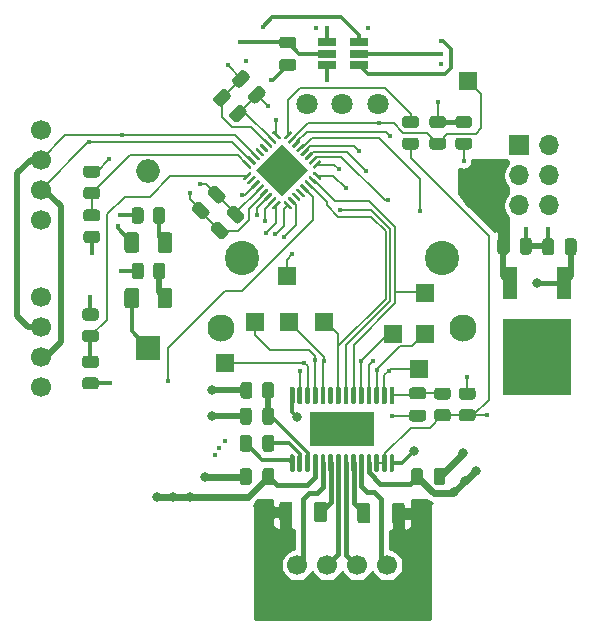
<source format=gtl>
G04 #@! TF.GenerationSoftware,KiCad,Pcbnew,(5.1.12)-1*
G04 #@! TF.CreationDate,2022-08-25T21:37:31-05:00*
G04 #@! TF.ProjectId,Stepper_Motor_Controller,53746570-7065-4725-9f4d-6f746f725f43,rev?*
G04 #@! TF.SameCoordinates,Original*
G04 #@! TF.FileFunction,Copper,L1,Top*
G04 #@! TF.FilePolarity,Positive*
%FSLAX46Y46*%
G04 Gerber Fmt 4.6, Leading zero omitted, Abs format (unit mm)*
G04 Created by KiCad (PCBNEW (5.1.12)-1) date 2022-08-25 21:37:31*
%MOMM*%
%LPD*%
G01*
G04 APERTURE LIST*
G04 #@! TA.AperFunction,SMDPad,CuDef*
%ADD10C,0.100000*%
G04 #@! TD*
G04 #@! TA.AperFunction,SMDPad,CuDef*
%ADD11R,1.500000X1.500000*%
G04 #@! TD*
G04 #@! TA.AperFunction,ComponentPad*
%ADD12C,1.700000*%
G04 #@! TD*
G04 #@! TA.AperFunction,ComponentPad*
%ADD13O,2.000000X2.000000*%
G04 #@! TD*
G04 #@! TA.AperFunction,ComponentPad*
%ADD14R,2.000000X2.000000*%
G04 #@! TD*
G04 #@! TA.AperFunction,ComponentPad*
%ADD15C,1.800000*%
G04 #@! TD*
G04 #@! TA.AperFunction,ComponentPad*
%ADD16C,2.300000*%
G04 #@! TD*
G04 #@! TA.AperFunction,ComponentPad*
%ADD17C,2.900000*%
G04 #@! TD*
G04 #@! TA.AperFunction,SMDPad,CuDef*
%ADD18R,5.800000X6.400000*%
G04 #@! TD*
G04 #@! TA.AperFunction,SMDPad,CuDef*
%ADD19R,1.200000X2.750000*%
G04 #@! TD*
G04 #@! TA.AperFunction,SMDPad,CuDef*
%ADD20R,1.560000X0.650000*%
G04 #@! TD*
G04 #@! TA.AperFunction,ComponentPad*
%ADD21C,0.600000*%
G04 #@! TD*
G04 #@! TA.AperFunction,SMDPad,CuDef*
%ADD22R,5.400000X2.850000*%
G04 #@! TD*
G04 #@! TA.AperFunction,ComponentPad*
%ADD23O,1.700000X1.700000*%
G04 #@! TD*
G04 #@! TA.AperFunction,ComponentPad*
%ADD24R,1.700000X1.700000*%
G04 #@! TD*
G04 #@! TA.AperFunction,ViaPad*
%ADD25C,0.400000*%
G04 #@! TD*
G04 #@! TA.AperFunction,ViaPad*
%ADD26C,0.800000*%
G04 #@! TD*
G04 #@! TA.AperFunction,Conductor*
%ADD27C,0.200000*%
G04 #@! TD*
G04 #@! TA.AperFunction,Conductor*
%ADD28C,0.500000*%
G04 #@! TD*
G04 #@! TA.AperFunction,Conductor*
%ADD29C,0.300000*%
G04 #@! TD*
G04 #@! TA.AperFunction,Conductor*
%ADD30C,0.600000*%
G04 #@! TD*
G04 #@! TA.AperFunction,Conductor*
%ADD31C,0.400000*%
G04 #@! TD*
G04 #@! TA.AperFunction,Conductor*
%ADD32C,0.254000*%
G04 #@! TD*
G04 #@! TA.AperFunction,Conductor*
%ADD33C,0.100000*%
G04 #@! TD*
G04 APERTURE END LIST*
G04 #@! TA.AperFunction,SMDPad,CuDef*
G36*
G01*
X83200000Y-95949999D02*
X83200000Y-96850001D01*
G75*
G02*
X82950001Y-97100000I-249999J0D01*
G01*
X82424999Y-97100000D01*
G75*
G02*
X82175000Y-96850001I0J249999D01*
G01*
X82175000Y-95949999D01*
G75*
G02*
X82424999Y-95700000I249999J0D01*
G01*
X82950001Y-95700000D01*
G75*
G02*
X83200000Y-95949999I0J-249999D01*
G01*
G37*
G04 #@! TD.AperFunction*
G04 #@! TA.AperFunction,SMDPad,CuDef*
G36*
G01*
X85025000Y-95949999D02*
X85025000Y-96850001D01*
G75*
G02*
X84775001Y-97100000I-249999J0D01*
G01*
X84249999Y-97100000D01*
G75*
G02*
X84000000Y-96850001I0J249999D01*
G01*
X84000000Y-95949999D01*
G75*
G02*
X84249999Y-95700000I249999J0D01*
G01*
X84775001Y-95700000D01*
G75*
G02*
X85025000Y-95949999I0J-249999D01*
G01*
G37*
G04 #@! TD.AperFunction*
G04 #@! TA.AperFunction,SMDPad,CuDef*
G36*
G01*
X83200000Y-100649999D02*
X83200000Y-101550001D01*
G75*
G02*
X82950001Y-101800000I-249999J0D01*
G01*
X82424999Y-101800000D01*
G75*
G02*
X82175000Y-101550001I0J249999D01*
G01*
X82175000Y-100649999D01*
G75*
G02*
X82424999Y-100400000I249999J0D01*
G01*
X82950001Y-100400000D01*
G75*
G02*
X83200000Y-100649999I0J-249999D01*
G01*
G37*
G04 #@! TD.AperFunction*
G04 #@! TA.AperFunction,SMDPad,CuDef*
G36*
G01*
X85025000Y-100649999D02*
X85025000Y-101550001D01*
G75*
G02*
X84775001Y-101800000I-249999J0D01*
G01*
X84249999Y-101800000D01*
G75*
G02*
X84000000Y-101550001I0J249999D01*
G01*
X84000000Y-100649999D01*
G75*
G02*
X84249999Y-100400000I249999J0D01*
G01*
X84775001Y-100400000D01*
G75*
G02*
X85025000Y-100649999I0J-249999D01*
G01*
G37*
G04 #@! TD.AperFunction*
G04 #@! TA.AperFunction,SMDPad,CuDef*
G36*
G01*
X82825000Y-98075000D02*
X82825000Y-99325000D01*
G75*
G02*
X82575000Y-99575000I-250000J0D01*
G01*
X81825000Y-99575000D01*
G75*
G02*
X81575000Y-99325000I0J250000D01*
G01*
X81575000Y-98075000D01*
G75*
G02*
X81825000Y-97825000I250000J0D01*
G01*
X82575000Y-97825000D01*
G75*
G02*
X82825000Y-98075000I0J-250000D01*
G01*
G37*
G04 #@! TD.AperFunction*
G04 #@! TA.AperFunction,SMDPad,CuDef*
G36*
G01*
X85625000Y-98075000D02*
X85625000Y-99325000D01*
G75*
G02*
X85375000Y-99575000I-250000J0D01*
G01*
X84625000Y-99575000D01*
G75*
G02*
X84375000Y-99325000I0J250000D01*
G01*
X84375000Y-98075000D01*
G75*
G02*
X84625000Y-97825000I250000J0D01*
G01*
X85375000Y-97825000D01*
G75*
G02*
X85625000Y-98075000I0J-250000D01*
G01*
G37*
G04 #@! TD.AperFunction*
G04 #@! TA.AperFunction,SMDPad,CuDef*
G36*
G01*
X82825000Y-102775000D02*
X82825000Y-104025000D01*
G75*
G02*
X82575000Y-104275000I-250000J0D01*
G01*
X81825000Y-104275000D01*
G75*
G02*
X81575000Y-104025000I0J250000D01*
G01*
X81575000Y-102775000D01*
G75*
G02*
X81825000Y-102525000I250000J0D01*
G01*
X82575000Y-102525000D01*
G75*
G02*
X82825000Y-102775000I0J-250000D01*
G01*
G37*
G04 #@! TD.AperFunction*
G04 #@! TA.AperFunction,SMDPad,CuDef*
G36*
G01*
X85625000Y-102775000D02*
X85625000Y-104025000D01*
G75*
G02*
X85375000Y-104275000I-250000J0D01*
G01*
X84625000Y-104275000D01*
G75*
G02*
X84375000Y-104025000I0J250000D01*
G01*
X84375000Y-102775000D01*
G75*
G02*
X84625000Y-102525000I250000J0D01*
G01*
X85375000Y-102525000D01*
G75*
G02*
X85625000Y-102775000I0J-250000D01*
G01*
G37*
G04 #@! TD.AperFunction*
G04 #@! TA.AperFunction,SMDPad,CuDef*
G36*
G01*
X111050001Y-112000000D02*
X110149999Y-112000000D01*
G75*
G02*
X109900000Y-111750001I0J249999D01*
G01*
X109900000Y-111224999D01*
G75*
G02*
X110149999Y-110975000I249999J0D01*
G01*
X111050001Y-110975000D01*
G75*
G02*
X111300000Y-111224999I0J-249999D01*
G01*
X111300000Y-111750001D01*
G75*
G02*
X111050001Y-112000000I-249999J0D01*
G01*
G37*
G04 #@! TD.AperFunction*
G04 #@! TA.AperFunction,SMDPad,CuDef*
G36*
G01*
X111050001Y-113825000D02*
X110149999Y-113825000D01*
G75*
G02*
X109900000Y-113575001I0J249999D01*
G01*
X109900000Y-113049999D01*
G75*
G02*
X110149999Y-112800000I249999J0D01*
G01*
X111050001Y-112800000D01*
G75*
G02*
X111300000Y-113049999I0J-249999D01*
G01*
X111300000Y-113575001D01*
G75*
G02*
X111050001Y-113825000I-249999J0D01*
G01*
G37*
G04 #@! TD.AperFunction*
G04 #@! TA.AperFunction,SMDPad,CuDef*
G36*
G01*
X106250001Y-89000000D02*
X105349999Y-89000000D01*
G75*
G02*
X105100000Y-88750001I0J249999D01*
G01*
X105100000Y-88224999D01*
G75*
G02*
X105349999Y-87975000I249999J0D01*
G01*
X106250001Y-87975000D01*
G75*
G02*
X106500000Y-88224999I0J-249999D01*
G01*
X106500000Y-88750001D01*
G75*
G02*
X106250001Y-89000000I-249999J0D01*
G01*
G37*
G04 #@! TD.AperFunction*
G04 #@! TA.AperFunction,SMDPad,CuDef*
G36*
G01*
X106250001Y-90825000D02*
X105349999Y-90825000D01*
G75*
G02*
X105100000Y-90575001I0J249999D01*
G01*
X105100000Y-90049999D01*
G75*
G02*
X105349999Y-89800000I249999J0D01*
G01*
X106250001Y-89800000D01*
G75*
G02*
X106500000Y-90049999I0J-249999D01*
G01*
X106500000Y-90575001D01*
G75*
G02*
X106250001Y-90825000I-249999J0D01*
G01*
G37*
G04 #@! TD.AperFunction*
G04 #@! TA.AperFunction,SMDPad,CuDef*
G36*
G01*
X78349999Y-97700000D02*
X79250001Y-97700000D01*
G75*
G02*
X79500000Y-97949999I0J-249999D01*
G01*
X79500000Y-98475001D01*
G75*
G02*
X79250001Y-98725000I-249999J0D01*
G01*
X78349999Y-98725000D01*
G75*
G02*
X78100000Y-98475001I0J249999D01*
G01*
X78100000Y-97949999D01*
G75*
G02*
X78349999Y-97700000I249999J0D01*
G01*
G37*
G04 #@! TD.AperFunction*
G04 #@! TA.AperFunction,SMDPad,CuDef*
G36*
G01*
X78349999Y-95875000D02*
X79250001Y-95875000D01*
G75*
G02*
X79500000Y-96124999I0J-249999D01*
G01*
X79500000Y-96650001D01*
G75*
G02*
X79250001Y-96900000I-249999J0D01*
G01*
X78349999Y-96900000D01*
G75*
G02*
X78100000Y-96650001I0J249999D01*
G01*
X78100000Y-96124999D01*
G75*
G02*
X78349999Y-95875000I249999J0D01*
G01*
G37*
G04 #@! TD.AperFunction*
G04 #@! TA.AperFunction,SMDPad,CuDef*
G36*
G01*
X78349999Y-94000000D02*
X79250001Y-94000000D01*
G75*
G02*
X79500000Y-94249999I0J-249999D01*
G01*
X79500000Y-94775001D01*
G75*
G02*
X79250001Y-95025000I-249999J0D01*
G01*
X78349999Y-95025000D01*
G75*
G02*
X78100000Y-94775001I0J249999D01*
G01*
X78100000Y-94249999D01*
G75*
G02*
X78349999Y-94000000I249999J0D01*
G01*
G37*
G04 #@! TD.AperFunction*
G04 #@! TA.AperFunction,SMDPad,CuDef*
G36*
G01*
X78349999Y-92175000D02*
X79250001Y-92175000D01*
G75*
G02*
X79500000Y-92424999I0J-249999D01*
G01*
X79500000Y-92950001D01*
G75*
G02*
X79250001Y-93200000I-249999J0D01*
G01*
X78349999Y-93200000D01*
G75*
G02*
X78100000Y-92950001I0J249999D01*
G01*
X78100000Y-92424999D01*
G75*
G02*
X78349999Y-92175000I249999J0D01*
G01*
G37*
G04 #@! TD.AperFunction*
G04 #@! TA.AperFunction,SMDPad,CuDef*
G36*
G01*
X78249999Y-110100000D02*
X79150001Y-110100000D01*
G75*
G02*
X79400000Y-110349999I0J-249999D01*
G01*
X79400000Y-110875001D01*
G75*
G02*
X79150001Y-111125000I-249999J0D01*
G01*
X78249999Y-111125000D01*
G75*
G02*
X78000000Y-110875001I0J249999D01*
G01*
X78000000Y-110349999D01*
G75*
G02*
X78249999Y-110100000I249999J0D01*
G01*
G37*
G04 #@! TD.AperFunction*
G04 #@! TA.AperFunction,SMDPad,CuDef*
G36*
G01*
X78249999Y-108275000D02*
X79150001Y-108275000D01*
G75*
G02*
X79400000Y-108524999I0J-249999D01*
G01*
X79400000Y-109050001D01*
G75*
G02*
X79150001Y-109300000I-249999J0D01*
G01*
X78249999Y-109300000D01*
G75*
G02*
X78000000Y-109050001I0J249999D01*
G01*
X78000000Y-108524999D01*
G75*
G02*
X78249999Y-108275000I249999J0D01*
G01*
G37*
G04 #@! TD.AperFunction*
G04 #@! TA.AperFunction,SMDPad,CuDef*
G36*
G01*
X78249999Y-106100000D02*
X79150001Y-106100000D01*
G75*
G02*
X79400000Y-106349999I0J-249999D01*
G01*
X79400000Y-106875001D01*
G75*
G02*
X79150001Y-107125000I-249999J0D01*
G01*
X78249999Y-107125000D01*
G75*
G02*
X78000000Y-106875001I0J249999D01*
G01*
X78000000Y-106349999D01*
G75*
G02*
X78249999Y-106100000I249999J0D01*
G01*
G37*
G04 #@! TD.AperFunction*
G04 #@! TA.AperFunction,SMDPad,CuDef*
G36*
G01*
X78249999Y-104275000D02*
X79150001Y-104275000D01*
G75*
G02*
X79400000Y-104524999I0J-249999D01*
G01*
X79400000Y-105050001D01*
G75*
G02*
X79150001Y-105300000I-249999J0D01*
G01*
X78249999Y-105300000D01*
G75*
G02*
X78000000Y-105050001I0J249999D01*
G01*
X78000000Y-104524999D01*
G75*
G02*
X78249999Y-104275000I249999J0D01*
G01*
G37*
G04 #@! TD.AperFunction*
G04 #@! TA.AperFunction,SMDPad,CuDef*
D10*
G36*
X97120351Y-92571680D02*
G01*
X94928320Y-94763711D01*
X92736289Y-92571680D01*
X94928320Y-90379649D01*
X97120351Y-92571680D01*
G37*
G04 #@! TD.AperFunction*
G04 #@! TA.AperFunction,SMDPad,CuDef*
G36*
G01*
X94795737Y-95355913D02*
X94265407Y-95886243D01*
G75*
G02*
X94177019Y-95886243I-44194J44194D01*
G01*
X94088631Y-95797855D01*
G75*
G02*
X94088631Y-95709467I44194J44194D01*
G01*
X94618961Y-95179137D01*
G75*
G02*
X94707349Y-95179137I44194J-44194D01*
G01*
X94795737Y-95267525D01*
G75*
G02*
X94795737Y-95355913I-44194J-44194D01*
G01*
G37*
G04 #@! TD.AperFunction*
G04 #@! TA.AperFunction,SMDPad,CuDef*
G36*
G01*
X94442184Y-95002359D02*
X93911854Y-95532689D01*
G75*
G02*
X93823466Y-95532689I-44194J44194D01*
G01*
X93735078Y-95444301D01*
G75*
G02*
X93735078Y-95355913I44194J44194D01*
G01*
X94265408Y-94825583D01*
G75*
G02*
X94353796Y-94825583I44194J-44194D01*
G01*
X94442184Y-94913971D01*
G75*
G02*
X94442184Y-95002359I-44194J-44194D01*
G01*
G37*
G04 #@! TD.AperFunction*
G04 #@! TA.AperFunction,SMDPad,CuDef*
G36*
G01*
X94088630Y-94648806D02*
X93558300Y-95179136D01*
G75*
G02*
X93469912Y-95179136I-44194J44194D01*
G01*
X93381524Y-95090748D01*
G75*
G02*
X93381524Y-95002360I44194J44194D01*
G01*
X93911854Y-94472030D01*
G75*
G02*
X94000242Y-94472030I44194J-44194D01*
G01*
X94088630Y-94560418D01*
G75*
G02*
X94088630Y-94648806I-44194J-44194D01*
G01*
G37*
G04 #@! TD.AperFunction*
G04 #@! TA.AperFunction,SMDPad,CuDef*
G36*
G01*
X93735077Y-94295252D02*
X93204747Y-94825582D01*
G75*
G02*
X93116359Y-94825582I-44194J44194D01*
G01*
X93027971Y-94737194D01*
G75*
G02*
X93027971Y-94648806I44194J44194D01*
G01*
X93558301Y-94118476D01*
G75*
G02*
X93646689Y-94118476I44194J-44194D01*
G01*
X93735077Y-94206864D01*
G75*
G02*
X93735077Y-94295252I-44194J-44194D01*
G01*
G37*
G04 #@! TD.AperFunction*
G04 #@! TA.AperFunction,SMDPad,CuDef*
G36*
G01*
X93381524Y-93941699D02*
X92851194Y-94472029D01*
G75*
G02*
X92762806Y-94472029I-44194J44194D01*
G01*
X92674418Y-94383641D01*
G75*
G02*
X92674418Y-94295253I44194J44194D01*
G01*
X93204748Y-93764923D01*
G75*
G02*
X93293136Y-93764923I44194J-44194D01*
G01*
X93381524Y-93853311D01*
G75*
G02*
X93381524Y-93941699I-44194J-44194D01*
G01*
G37*
G04 #@! TD.AperFunction*
G04 #@! TA.AperFunction,SMDPad,CuDef*
G36*
G01*
X93027970Y-93588146D02*
X92497640Y-94118476D01*
G75*
G02*
X92409252Y-94118476I-44194J44194D01*
G01*
X92320864Y-94030088D01*
G75*
G02*
X92320864Y-93941700I44194J44194D01*
G01*
X92851194Y-93411370D01*
G75*
G02*
X92939582Y-93411370I44194J-44194D01*
G01*
X93027970Y-93499758D01*
G75*
G02*
X93027970Y-93588146I-44194J-44194D01*
G01*
G37*
G04 #@! TD.AperFunction*
G04 #@! TA.AperFunction,SMDPad,CuDef*
G36*
G01*
X92674417Y-93234592D02*
X92144087Y-93764922D01*
G75*
G02*
X92055699Y-93764922I-44194J44194D01*
G01*
X91967311Y-93676534D01*
G75*
G02*
X91967311Y-93588146I44194J44194D01*
G01*
X92497641Y-93057816D01*
G75*
G02*
X92586029Y-93057816I44194J-44194D01*
G01*
X92674417Y-93146204D01*
G75*
G02*
X92674417Y-93234592I-44194J-44194D01*
G01*
G37*
G04 #@! TD.AperFunction*
G04 #@! TA.AperFunction,SMDPad,CuDef*
G36*
G01*
X92320863Y-92881039D02*
X91790533Y-93411369D01*
G75*
G02*
X91702145Y-93411369I-44194J44194D01*
G01*
X91613757Y-93322981D01*
G75*
G02*
X91613757Y-93234593I44194J44194D01*
G01*
X92144087Y-92704263D01*
G75*
G02*
X92232475Y-92704263I44194J-44194D01*
G01*
X92320863Y-92792651D01*
G75*
G02*
X92320863Y-92881039I-44194J-44194D01*
G01*
G37*
G04 #@! TD.AperFunction*
G04 #@! TA.AperFunction,SMDPad,CuDef*
G36*
G01*
X92320863Y-92350709D02*
X92232475Y-92439097D01*
G75*
G02*
X92144087Y-92439097I-44194J44194D01*
G01*
X91613757Y-91908767D01*
G75*
G02*
X91613757Y-91820379I44194J44194D01*
G01*
X91702145Y-91731991D01*
G75*
G02*
X91790533Y-91731991I44194J-44194D01*
G01*
X92320863Y-92262321D01*
G75*
G02*
X92320863Y-92350709I-44194J-44194D01*
G01*
G37*
G04 #@! TD.AperFunction*
G04 #@! TA.AperFunction,SMDPad,CuDef*
G36*
G01*
X92674417Y-91997156D02*
X92586029Y-92085544D01*
G75*
G02*
X92497641Y-92085544I-44194J44194D01*
G01*
X91967311Y-91555214D01*
G75*
G02*
X91967311Y-91466826I44194J44194D01*
G01*
X92055699Y-91378438D01*
G75*
G02*
X92144087Y-91378438I44194J-44194D01*
G01*
X92674417Y-91908768D01*
G75*
G02*
X92674417Y-91997156I-44194J-44194D01*
G01*
G37*
G04 #@! TD.AperFunction*
G04 #@! TA.AperFunction,SMDPad,CuDef*
G36*
G01*
X93027970Y-91643602D02*
X92939582Y-91731990D01*
G75*
G02*
X92851194Y-91731990I-44194J44194D01*
G01*
X92320864Y-91201660D01*
G75*
G02*
X92320864Y-91113272I44194J44194D01*
G01*
X92409252Y-91024884D01*
G75*
G02*
X92497640Y-91024884I44194J-44194D01*
G01*
X93027970Y-91555214D01*
G75*
G02*
X93027970Y-91643602I-44194J-44194D01*
G01*
G37*
G04 #@! TD.AperFunction*
G04 #@! TA.AperFunction,SMDPad,CuDef*
G36*
G01*
X93381524Y-91290049D02*
X93293136Y-91378437D01*
G75*
G02*
X93204748Y-91378437I-44194J44194D01*
G01*
X92674418Y-90848107D01*
G75*
G02*
X92674418Y-90759719I44194J44194D01*
G01*
X92762806Y-90671331D01*
G75*
G02*
X92851194Y-90671331I44194J-44194D01*
G01*
X93381524Y-91201661D01*
G75*
G02*
X93381524Y-91290049I-44194J-44194D01*
G01*
G37*
G04 #@! TD.AperFunction*
G04 #@! TA.AperFunction,SMDPad,CuDef*
G36*
G01*
X93735077Y-90936496D02*
X93646689Y-91024884D01*
G75*
G02*
X93558301Y-91024884I-44194J44194D01*
G01*
X93027971Y-90494554D01*
G75*
G02*
X93027971Y-90406166I44194J44194D01*
G01*
X93116359Y-90317778D01*
G75*
G02*
X93204747Y-90317778I44194J-44194D01*
G01*
X93735077Y-90848108D01*
G75*
G02*
X93735077Y-90936496I-44194J-44194D01*
G01*
G37*
G04 #@! TD.AperFunction*
G04 #@! TA.AperFunction,SMDPad,CuDef*
G36*
G01*
X94088630Y-90582942D02*
X94000242Y-90671330D01*
G75*
G02*
X93911854Y-90671330I-44194J44194D01*
G01*
X93381524Y-90141000D01*
G75*
G02*
X93381524Y-90052612I44194J44194D01*
G01*
X93469912Y-89964224D01*
G75*
G02*
X93558300Y-89964224I44194J-44194D01*
G01*
X94088630Y-90494554D01*
G75*
G02*
X94088630Y-90582942I-44194J-44194D01*
G01*
G37*
G04 #@! TD.AperFunction*
G04 #@! TA.AperFunction,SMDPad,CuDef*
G36*
G01*
X94442184Y-90229389D02*
X94353796Y-90317777D01*
G75*
G02*
X94265408Y-90317777I-44194J44194D01*
G01*
X93735078Y-89787447D01*
G75*
G02*
X93735078Y-89699059I44194J44194D01*
G01*
X93823466Y-89610671D01*
G75*
G02*
X93911854Y-89610671I44194J-44194D01*
G01*
X94442184Y-90141001D01*
G75*
G02*
X94442184Y-90229389I-44194J-44194D01*
G01*
G37*
G04 #@! TD.AperFunction*
G04 #@! TA.AperFunction,SMDPad,CuDef*
G36*
G01*
X94795737Y-89875835D02*
X94707349Y-89964223D01*
G75*
G02*
X94618961Y-89964223I-44194J44194D01*
G01*
X94088631Y-89433893D01*
G75*
G02*
X94088631Y-89345505I44194J44194D01*
G01*
X94177019Y-89257117D01*
G75*
G02*
X94265407Y-89257117I44194J-44194D01*
G01*
X94795737Y-89787447D01*
G75*
G02*
X94795737Y-89875835I-44194J-44194D01*
G01*
G37*
G04 #@! TD.AperFunction*
G04 #@! TA.AperFunction,SMDPad,CuDef*
G36*
G01*
X95768009Y-89433893D02*
X95237679Y-89964223D01*
G75*
G02*
X95149291Y-89964223I-44194J44194D01*
G01*
X95060903Y-89875835D01*
G75*
G02*
X95060903Y-89787447I44194J44194D01*
G01*
X95591233Y-89257117D01*
G75*
G02*
X95679621Y-89257117I44194J-44194D01*
G01*
X95768009Y-89345505D01*
G75*
G02*
X95768009Y-89433893I-44194J-44194D01*
G01*
G37*
G04 #@! TD.AperFunction*
G04 #@! TA.AperFunction,SMDPad,CuDef*
G36*
G01*
X96121562Y-89787447D02*
X95591232Y-90317777D01*
G75*
G02*
X95502844Y-90317777I-44194J44194D01*
G01*
X95414456Y-90229389D01*
G75*
G02*
X95414456Y-90141001I44194J44194D01*
G01*
X95944786Y-89610671D01*
G75*
G02*
X96033174Y-89610671I44194J-44194D01*
G01*
X96121562Y-89699059D01*
G75*
G02*
X96121562Y-89787447I-44194J-44194D01*
G01*
G37*
G04 #@! TD.AperFunction*
G04 #@! TA.AperFunction,SMDPad,CuDef*
G36*
G01*
X96475116Y-90141000D02*
X95944786Y-90671330D01*
G75*
G02*
X95856398Y-90671330I-44194J44194D01*
G01*
X95768010Y-90582942D01*
G75*
G02*
X95768010Y-90494554I44194J44194D01*
G01*
X96298340Y-89964224D01*
G75*
G02*
X96386728Y-89964224I44194J-44194D01*
G01*
X96475116Y-90052612D01*
G75*
G02*
X96475116Y-90141000I-44194J-44194D01*
G01*
G37*
G04 #@! TD.AperFunction*
G04 #@! TA.AperFunction,SMDPad,CuDef*
G36*
G01*
X96828669Y-90494554D02*
X96298339Y-91024884D01*
G75*
G02*
X96209951Y-91024884I-44194J44194D01*
G01*
X96121563Y-90936496D01*
G75*
G02*
X96121563Y-90848108I44194J44194D01*
G01*
X96651893Y-90317778D01*
G75*
G02*
X96740281Y-90317778I44194J-44194D01*
G01*
X96828669Y-90406166D01*
G75*
G02*
X96828669Y-90494554I-44194J-44194D01*
G01*
G37*
G04 #@! TD.AperFunction*
G04 #@! TA.AperFunction,SMDPad,CuDef*
G36*
G01*
X97182222Y-90848107D02*
X96651892Y-91378437D01*
G75*
G02*
X96563504Y-91378437I-44194J44194D01*
G01*
X96475116Y-91290049D01*
G75*
G02*
X96475116Y-91201661I44194J44194D01*
G01*
X97005446Y-90671331D01*
G75*
G02*
X97093834Y-90671331I44194J-44194D01*
G01*
X97182222Y-90759719D01*
G75*
G02*
X97182222Y-90848107I-44194J-44194D01*
G01*
G37*
G04 #@! TD.AperFunction*
G04 #@! TA.AperFunction,SMDPad,CuDef*
G36*
G01*
X97535776Y-91201660D02*
X97005446Y-91731990D01*
G75*
G02*
X96917058Y-91731990I-44194J44194D01*
G01*
X96828670Y-91643602D01*
G75*
G02*
X96828670Y-91555214I44194J44194D01*
G01*
X97359000Y-91024884D01*
G75*
G02*
X97447388Y-91024884I44194J-44194D01*
G01*
X97535776Y-91113272D01*
G75*
G02*
X97535776Y-91201660I-44194J-44194D01*
G01*
G37*
G04 #@! TD.AperFunction*
G04 #@! TA.AperFunction,SMDPad,CuDef*
G36*
G01*
X97889329Y-91555214D02*
X97358999Y-92085544D01*
G75*
G02*
X97270611Y-92085544I-44194J44194D01*
G01*
X97182223Y-91997156D01*
G75*
G02*
X97182223Y-91908768I44194J44194D01*
G01*
X97712553Y-91378438D01*
G75*
G02*
X97800941Y-91378438I44194J-44194D01*
G01*
X97889329Y-91466826D01*
G75*
G02*
X97889329Y-91555214I-44194J-44194D01*
G01*
G37*
G04 #@! TD.AperFunction*
G04 #@! TA.AperFunction,SMDPad,CuDef*
G36*
G01*
X98242883Y-91908767D02*
X97712553Y-92439097D01*
G75*
G02*
X97624165Y-92439097I-44194J44194D01*
G01*
X97535777Y-92350709D01*
G75*
G02*
X97535777Y-92262321I44194J44194D01*
G01*
X98066107Y-91731991D01*
G75*
G02*
X98154495Y-91731991I44194J-44194D01*
G01*
X98242883Y-91820379D01*
G75*
G02*
X98242883Y-91908767I-44194J-44194D01*
G01*
G37*
G04 #@! TD.AperFunction*
G04 #@! TA.AperFunction,SMDPad,CuDef*
G36*
G01*
X98242883Y-93322981D02*
X98154495Y-93411369D01*
G75*
G02*
X98066107Y-93411369I-44194J44194D01*
G01*
X97535777Y-92881039D01*
G75*
G02*
X97535777Y-92792651I44194J44194D01*
G01*
X97624165Y-92704263D01*
G75*
G02*
X97712553Y-92704263I44194J-44194D01*
G01*
X98242883Y-93234593D01*
G75*
G02*
X98242883Y-93322981I-44194J-44194D01*
G01*
G37*
G04 #@! TD.AperFunction*
G04 #@! TA.AperFunction,SMDPad,CuDef*
G36*
G01*
X97889329Y-93676534D02*
X97800941Y-93764922D01*
G75*
G02*
X97712553Y-93764922I-44194J44194D01*
G01*
X97182223Y-93234592D01*
G75*
G02*
X97182223Y-93146204I44194J44194D01*
G01*
X97270611Y-93057816D01*
G75*
G02*
X97358999Y-93057816I44194J-44194D01*
G01*
X97889329Y-93588146D01*
G75*
G02*
X97889329Y-93676534I-44194J-44194D01*
G01*
G37*
G04 #@! TD.AperFunction*
G04 #@! TA.AperFunction,SMDPad,CuDef*
G36*
G01*
X97535776Y-94030088D02*
X97447388Y-94118476D01*
G75*
G02*
X97359000Y-94118476I-44194J44194D01*
G01*
X96828670Y-93588146D01*
G75*
G02*
X96828670Y-93499758I44194J44194D01*
G01*
X96917058Y-93411370D01*
G75*
G02*
X97005446Y-93411370I44194J-44194D01*
G01*
X97535776Y-93941700D01*
G75*
G02*
X97535776Y-94030088I-44194J-44194D01*
G01*
G37*
G04 #@! TD.AperFunction*
G04 #@! TA.AperFunction,SMDPad,CuDef*
G36*
G01*
X97182222Y-94383641D02*
X97093834Y-94472029D01*
G75*
G02*
X97005446Y-94472029I-44194J44194D01*
G01*
X96475116Y-93941699D01*
G75*
G02*
X96475116Y-93853311I44194J44194D01*
G01*
X96563504Y-93764923D01*
G75*
G02*
X96651892Y-93764923I44194J-44194D01*
G01*
X97182222Y-94295253D01*
G75*
G02*
X97182222Y-94383641I-44194J-44194D01*
G01*
G37*
G04 #@! TD.AperFunction*
G04 #@! TA.AperFunction,SMDPad,CuDef*
G36*
G01*
X96828669Y-94737194D02*
X96740281Y-94825582D01*
G75*
G02*
X96651893Y-94825582I-44194J44194D01*
G01*
X96121563Y-94295252D01*
G75*
G02*
X96121563Y-94206864I44194J44194D01*
G01*
X96209951Y-94118476D01*
G75*
G02*
X96298339Y-94118476I44194J-44194D01*
G01*
X96828669Y-94648806D01*
G75*
G02*
X96828669Y-94737194I-44194J-44194D01*
G01*
G37*
G04 #@! TD.AperFunction*
G04 #@! TA.AperFunction,SMDPad,CuDef*
G36*
G01*
X96475116Y-95090748D02*
X96386728Y-95179136D01*
G75*
G02*
X96298340Y-95179136I-44194J44194D01*
G01*
X95768010Y-94648806D01*
G75*
G02*
X95768010Y-94560418I44194J44194D01*
G01*
X95856398Y-94472030D01*
G75*
G02*
X95944786Y-94472030I44194J-44194D01*
G01*
X96475116Y-95002360D01*
G75*
G02*
X96475116Y-95090748I-44194J-44194D01*
G01*
G37*
G04 #@! TD.AperFunction*
G04 #@! TA.AperFunction,SMDPad,CuDef*
G36*
G01*
X96121562Y-95444301D02*
X96033174Y-95532689D01*
G75*
G02*
X95944786Y-95532689I-44194J44194D01*
G01*
X95414456Y-95002359D01*
G75*
G02*
X95414456Y-94913971I44194J44194D01*
G01*
X95502844Y-94825583D01*
G75*
G02*
X95591232Y-94825583I44194J-44194D01*
G01*
X96121562Y-95355913D01*
G75*
G02*
X96121562Y-95444301I-44194J-44194D01*
G01*
G37*
G04 #@! TD.AperFunction*
G04 #@! TA.AperFunction,SMDPad,CuDef*
G36*
G01*
X95768009Y-95797855D02*
X95679621Y-95886243D01*
G75*
G02*
X95591233Y-95886243I-44194J44194D01*
G01*
X95060903Y-95355913D01*
G75*
G02*
X95060903Y-95267525I44194J44194D01*
G01*
X95149291Y-95179137D01*
G75*
G02*
X95237679Y-95179137I44194J-44194D01*
G01*
X95768009Y-95709467D01*
G75*
G02*
X95768009Y-95797855I-44194J-44194D01*
G01*
G37*
G04 #@! TD.AperFunction*
D11*
X90100000Y-108900000D03*
X92600000Y-105400000D03*
X95500000Y-105400000D03*
X98500000Y-105400000D03*
X95300000Y-101500000D03*
X107000000Y-103000000D03*
X104300000Y-106400000D03*
X110700000Y-85000000D03*
X107000000Y-106400000D03*
X106500000Y-109400000D03*
G04 #@! TA.AperFunction,SMDPad,CuDef*
G36*
G01*
X108049999Y-112800000D02*
X108950001Y-112800000D01*
G75*
G02*
X109200000Y-113049999I0J-249999D01*
G01*
X109200000Y-113575001D01*
G75*
G02*
X108950001Y-113825000I-249999J0D01*
G01*
X108049999Y-113825000D01*
G75*
G02*
X107800000Y-113575001I0J249999D01*
G01*
X107800000Y-113049999D01*
G75*
G02*
X108049999Y-112800000I249999J0D01*
G01*
G37*
G04 #@! TD.AperFunction*
G04 #@! TA.AperFunction,SMDPad,CuDef*
G36*
G01*
X108049999Y-110975000D02*
X108950001Y-110975000D01*
G75*
G02*
X109200000Y-111224999I0J-249999D01*
G01*
X109200000Y-111750001D01*
G75*
G02*
X108950001Y-112000000I-249999J0D01*
G01*
X108049999Y-112000000D01*
G75*
G02*
X107800000Y-111750001I0J249999D01*
G01*
X107800000Y-111224999D01*
G75*
G02*
X108049999Y-110975000I249999J0D01*
G01*
G37*
G04 #@! TD.AperFunction*
G04 #@! TA.AperFunction,SMDPad,CuDef*
G36*
G01*
X109849999Y-89800000D02*
X110750001Y-89800000D01*
G75*
G02*
X111000000Y-90049999I0J-249999D01*
G01*
X111000000Y-90575001D01*
G75*
G02*
X110750001Y-90825000I-249999J0D01*
G01*
X109849999Y-90825000D01*
G75*
G02*
X109600000Y-90575001I0J249999D01*
G01*
X109600000Y-90049999D01*
G75*
G02*
X109849999Y-89800000I249999J0D01*
G01*
G37*
G04 #@! TD.AperFunction*
G04 #@! TA.AperFunction,SMDPad,CuDef*
G36*
G01*
X109849999Y-87975000D02*
X110750001Y-87975000D01*
G75*
G02*
X111000000Y-88224999I0J-249999D01*
G01*
X111000000Y-88750001D01*
G75*
G02*
X110750001Y-89000000I-249999J0D01*
G01*
X109849999Y-89000000D01*
G75*
G02*
X109600000Y-88750001I0J249999D01*
G01*
X109600000Y-88224999D01*
G75*
G02*
X109849999Y-87975000I249999J0D01*
G01*
G37*
G04 #@! TD.AperFunction*
G04 #@! TA.AperFunction,SMDPad,CuDef*
G36*
G01*
X107649999Y-89800000D02*
X108550001Y-89800000D01*
G75*
G02*
X108800000Y-90049999I0J-249999D01*
G01*
X108800000Y-90575001D01*
G75*
G02*
X108550001Y-90825000I-249999J0D01*
G01*
X107649999Y-90825000D01*
G75*
G02*
X107400000Y-90575001I0J249999D01*
G01*
X107400000Y-90049999D01*
G75*
G02*
X107649999Y-89800000I249999J0D01*
G01*
G37*
G04 #@! TD.AperFunction*
G04 #@! TA.AperFunction,SMDPad,CuDef*
G36*
G01*
X107649999Y-87975000D02*
X108550001Y-87975000D01*
G75*
G02*
X108800000Y-88224999I0J-249999D01*
G01*
X108800000Y-88750001D01*
G75*
G02*
X108550001Y-89000000I-249999J0D01*
G01*
X107649999Y-89000000D01*
G75*
G02*
X107400000Y-88750001I0J249999D01*
G01*
X107400000Y-88224999D01*
G75*
G02*
X107649999Y-87975000I249999J0D01*
G01*
G37*
G04 #@! TD.AperFunction*
G04 #@! TA.AperFunction,SMDPad,CuDef*
G36*
G01*
X93212500Y-111650001D02*
X93212500Y-110749999D01*
G75*
G02*
X93462499Y-110500000I249999J0D01*
G01*
X93987501Y-110500000D01*
G75*
G02*
X94237500Y-110749999I0J-249999D01*
G01*
X94237500Y-111650001D01*
G75*
G02*
X93987501Y-111900000I-249999J0D01*
G01*
X93462499Y-111900000D01*
G75*
G02*
X93212500Y-111650001I0J249999D01*
G01*
G37*
G04 #@! TD.AperFunction*
G04 #@! TA.AperFunction,SMDPad,CuDef*
G36*
G01*
X91387500Y-111650001D02*
X91387500Y-110749999D01*
G75*
G02*
X91637499Y-110500000I249999J0D01*
G01*
X92162501Y-110500000D01*
G75*
G02*
X92412500Y-110749999I0J-249999D01*
G01*
X92412500Y-111650001D01*
G75*
G02*
X92162501Y-111900000I-249999J0D01*
G01*
X91637499Y-111900000D01*
G75*
G02*
X91387500Y-111650001I0J249999D01*
G01*
G37*
G04 #@! TD.AperFunction*
G04 #@! TA.AperFunction,SMDPad,CuDef*
G36*
G01*
X90517678Y-86445927D02*
X89845927Y-87117678D01*
G75*
G02*
X89492373Y-87117678I-176777J176777D01*
G01*
X89138820Y-86764125D01*
G75*
G02*
X89138820Y-86410571I176777J176777D01*
G01*
X89810571Y-85738820D01*
G75*
G02*
X90164125Y-85738820I176777J-176777D01*
G01*
X90517678Y-86092373D01*
G75*
G02*
X90517678Y-86445927I-176777J-176777D01*
G01*
G37*
G04 #@! TD.AperFunction*
G04 #@! TA.AperFunction,SMDPad,CuDef*
G36*
G01*
X91861180Y-87789429D02*
X91189429Y-88461180D01*
G75*
G02*
X90835875Y-88461180I-176777J176777D01*
G01*
X90482322Y-88107627D01*
G75*
G02*
X90482322Y-87754073I176777J176777D01*
G01*
X91154073Y-87082322D01*
G75*
G02*
X91507627Y-87082322I176777J-176777D01*
G01*
X91861180Y-87435875D01*
G75*
G02*
X91861180Y-87789429I-176777J-176777D01*
G01*
G37*
G04 #@! TD.AperFunction*
G04 #@! TA.AperFunction,SMDPad,CuDef*
G36*
G01*
X92117678Y-84845927D02*
X91445927Y-85517678D01*
G75*
G02*
X91092373Y-85517678I-176777J176777D01*
G01*
X90738820Y-85164125D01*
G75*
G02*
X90738820Y-84810571I176777J176777D01*
G01*
X91410571Y-84138820D01*
G75*
G02*
X91764125Y-84138820I176777J-176777D01*
G01*
X92117678Y-84492373D01*
G75*
G02*
X92117678Y-84845927I-176777J-176777D01*
G01*
G37*
G04 #@! TD.AperFunction*
G04 #@! TA.AperFunction,SMDPad,CuDef*
G36*
G01*
X93461180Y-86189429D02*
X92789429Y-86861180D01*
G75*
G02*
X92435875Y-86861180I-176777J176777D01*
G01*
X92082322Y-86507627D01*
G75*
G02*
X92082322Y-86154073I176777J176777D01*
G01*
X92754073Y-85482322D01*
G75*
G02*
X93107627Y-85482322I176777J-176777D01*
G01*
X93461180Y-85835875D01*
G75*
G02*
X93461180Y-86189429I-176777J-176777D01*
G01*
G37*
G04 #@! TD.AperFunction*
G04 #@! TA.AperFunction,SMDPad,CuDef*
G36*
G01*
X88045927Y-95282322D02*
X88717678Y-95954073D01*
G75*
G02*
X88717678Y-96307627I-176777J-176777D01*
G01*
X88364125Y-96661180D01*
G75*
G02*
X88010571Y-96661180I-176777J176777D01*
G01*
X87338820Y-95989429D01*
G75*
G02*
X87338820Y-95635875I176777J176777D01*
G01*
X87692373Y-95282322D01*
G75*
G02*
X88045927Y-95282322I176777J-176777D01*
G01*
G37*
G04 #@! TD.AperFunction*
G04 #@! TA.AperFunction,SMDPad,CuDef*
G36*
G01*
X89389429Y-93938820D02*
X90061180Y-94610571D01*
G75*
G02*
X90061180Y-94964125I-176777J-176777D01*
G01*
X89707627Y-95317678D01*
G75*
G02*
X89354073Y-95317678I-176777J176777D01*
G01*
X88682322Y-94645927D01*
G75*
G02*
X88682322Y-94292373I176777J176777D01*
G01*
X89035875Y-93938820D01*
G75*
G02*
X89389429Y-93938820I176777J-176777D01*
G01*
G37*
G04 #@! TD.AperFunction*
G04 #@! TA.AperFunction,SMDPad,CuDef*
G36*
G01*
X89645927Y-96982322D02*
X90317678Y-97654073D01*
G75*
G02*
X90317678Y-98007627I-176777J-176777D01*
G01*
X89964125Y-98361180D01*
G75*
G02*
X89610571Y-98361180I-176777J176777D01*
G01*
X88938820Y-97689429D01*
G75*
G02*
X88938820Y-97335875I176777J176777D01*
G01*
X89292373Y-96982322D01*
G75*
G02*
X89645927Y-96982322I176777J-176777D01*
G01*
G37*
G04 #@! TD.AperFunction*
G04 #@! TA.AperFunction,SMDPad,CuDef*
G36*
G01*
X90989429Y-95638820D02*
X91661180Y-96310571D01*
G75*
G02*
X91661180Y-96664125I-176777J-176777D01*
G01*
X91307627Y-97017678D01*
G75*
G02*
X90954073Y-97017678I-176777J176777D01*
G01*
X90282322Y-96345927D01*
G75*
G02*
X90282322Y-95992373I176777J176777D01*
G01*
X90635875Y-95638820D01*
G75*
G02*
X90989429Y-95638820I176777J-176777D01*
G01*
G37*
G04 #@! TD.AperFunction*
D12*
X74500000Y-103290000D03*
X74500000Y-105830000D03*
X74500000Y-110910000D03*
X74500000Y-108370000D03*
X74500000Y-89120000D03*
X74500000Y-91660000D03*
X74500000Y-96740000D03*
X74500000Y-94200000D03*
G04 #@! TA.AperFunction,SMDPad,CuDef*
G36*
G01*
X104200000Y-122225001D02*
X104200000Y-120974999D01*
G75*
G02*
X104449999Y-120725000I249999J0D01*
G01*
X105075001Y-120725000D01*
G75*
G02*
X105325000Y-120974999I0J-249999D01*
G01*
X105325000Y-122225001D01*
G75*
G02*
X105075001Y-122475000I-249999J0D01*
G01*
X104449999Y-122475000D01*
G75*
G02*
X104200000Y-122225001I0J249999D01*
G01*
G37*
G04 #@! TD.AperFunction*
G04 #@! TA.AperFunction,SMDPad,CuDef*
G36*
G01*
X101275000Y-122225001D02*
X101275000Y-120974999D01*
G75*
G02*
X101524999Y-120725000I249999J0D01*
G01*
X102150001Y-120725000D01*
G75*
G02*
X102400000Y-120974999I0J-249999D01*
G01*
X102400000Y-122225001D01*
G75*
G02*
X102150001Y-122475000I-249999J0D01*
G01*
X101524999Y-122475000D01*
G75*
G02*
X101275000Y-122225001I0J249999D01*
G01*
G37*
G04 #@! TD.AperFunction*
G04 #@! TA.AperFunction,SMDPad,CuDef*
G36*
G01*
X95800000Y-120874999D02*
X95800000Y-122125001D01*
G75*
G02*
X95550001Y-122375000I-249999J0D01*
G01*
X94924999Y-122375000D01*
G75*
G02*
X94675000Y-122125001I0J249999D01*
G01*
X94675000Y-120874999D01*
G75*
G02*
X94924999Y-120625000I249999J0D01*
G01*
X95550001Y-120625000D01*
G75*
G02*
X95800000Y-120874999I0J-249999D01*
G01*
G37*
G04 #@! TD.AperFunction*
G04 #@! TA.AperFunction,SMDPad,CuDef*
G36*
G01*
X98725000Y-120874999D02*
X98725000Y-122125001D01*
G75*
G02*
X98475001Y-122375000I-249999J0D01*
G01*
X97849999Y-122375000D01*
G75*
G02*
X97600000Y-122125001I0J249999D01*
G01*
X97600000Y-120874999D01*
G75*
G02*
X97849999Y-120625000I249999J0D01*
G01*
X98475001Y-120625000D01*
G75*
G02*
X98725000Y-120874999I0J-249999D01*
G01*
G37*
G04 #@! TD.AperFunction*
G04 #@! TA.AperFunction,SMDPad,CuDef*
G36*
G01*
X106875000Y-111950000D02*
X105925000Y-111950000D01*
G75*
G02*
X105675000Y-111700000I0J250000D01*
G01*
X105675000Y-111200000D01*
G75*
G02*
X105925000Y-110950000I250000J0D01*
G01*
X106875000Y-110950000D01*
G75*
G02*
X107125000Y-111200000I0J-250000D01*
G01*
X107125000Y-111700000D01*
G75*
G02*
X106875000Y-111950000I-250000J0D01*
G01*
G37*
G04 #@! TD.AperFunction*
G04 #@! TA.AperFunction,SMDPad,CuDef*
G36*
G01*
X106875000Y-113850000D02*
X105925000Y-113850000D01*
G75*
G02*
X105675000Y-113600000I0J250000D01*
G01*
X105675000Y-113100000D01*
G75*
G02*
X105925000Y-112850000I250000J0D01*
G01*
X106875000Y-112850000D01*
G75*
G02*
X107125000Y-113100000I0J-250000D01*
G01*
X107125000Y-113600000D01*
G75*
G02*
X106875000Y-113850000I-250000J0D01*
G01*
G37*
G04 #@! TD.AperFunction*
G04 #@! TA.AperFunction,SMDPad,CuDef*
G36*
G01*
X93250000Y-118975000D02*
X93250000Y-118025000D01*
G75*
G02*
X93500000Y-117775000I250000J0D01*
G01*
X94000000Y-117775000D01*
G75*
G02*
X94250000Y-118025000I0J-250000D01*
G01*
X94250000Y-118975000D01*
G75*
G02*
X94000000Y-119225000I-250000J0D01*
G01*
X93500000Y-119225000D01*
G75*
G02*
X93250000Y-118975000I0J250000D01*
G01*
G37*
G04 #@! TD.AperFunction*
G04 #@! TA.AperFunction,SMDPad,CuDef*
G36*
G01*
X91350000Y-118975000D02*
X91350000Y-118025000D01*
G75*
G02*
X91600000Y-117775000I250000J0D01*
G01*
X92100000Y-117775000D01*
G75*
G02*
X92350000Y-118025000I0J-250000D01*
G01*
X92350000Y-118975000D01*
G75*
G02*
X92100000Y-119225000I-250000J0D01*
G01*
X91600000Y-119225000D01*
G75*
G02*
X91350000Y-118975000I0J250000D01*
G01*
G37*
G04 #@! TD.AperFunction*
G04 #@! TA.AperFunction,SMDPad,CuDef*
G36*
G01*
X106850000Y-118025000D02*
X106850000Y-118975000D01*
G75*
G02*
X106600000Y-119225000I-250000J0D01*
G01*
X106100000Y-119225000D01*
G75*
G02*
X105850000Y-118975000I0J250000D01*
G01*
X105850000Y-118025000D01*
G75*
G02*
X106100000Y-117775000I250000J0D01*
G01*
X106600000Y-117775000D01*
G75*
G02*
X106850000Y-118025000I0J-250000D01*
G01*
G37*
G04 #@! TD.AperFunction*
G04 #@! TA.AperFunction,SMDPad,CuDef*
G36*
G01*
X108750000Y-118025000D02*
X108750000Y-118975000D01*
G75*
G02*
X108500000Y-119225000I-250000J0D01*
G01*
X108000000Y-119225000D01*
G75*
G02*
X107750000Y-118975000I0J250000D01*
G01*
X107750000Y-118025000D01*
G75*
G02*
X108000000Y-117775000I250000J0D01*
G01*
X108500000Y-117775000D01*
G75*
G02*
X108750000Y-118025000I0J-250000D01*
G01*
G37*
G04 #@! TD.AperFunction*
D13*
X83600000Y-92600000D03*
D14*
X83600000Y-107600000D03*
G04 #@! TA.AperFunction,SMDPad,CuDef*
G36*
G01*
X92350000Y-112925000D02*
X92350000Y-113875000D01*
G75*
G02*
X92100000Y-114125000I-250000J0D01*
G01*
X91600000Y-114125000D01*
G75*
G02*
X91350000Y-113875000I0J250000D01*
G01*
X91350000Y-112925000D01*
G75*
G02*
X91600000Y-112675000I250000J0D01*
G01*
X92100000Y-112675000D01*
G75*
G02*
X92350000Y-112925000I0J-250000D01*
G01*
G37*
G04 #@! TD.AperFunction*
G04 #@! TA.AperFunction,SMDPad,CuDef*
G36*
G01*
X94250000Y-112925000D02*
X94250000Y-113875000D01*
G75*
G02*
X94000000Y-114125000I-250000J0D01*
G01*
X93500000Y-114125000D01*
G75*
G02*
X93250000Y-113875000I0J250000D01*
G01*
X93250000Y-112925000D01*
G75*
G02*
X93500000Y-112675000I250000J0D01*
G01*
X94000000Y-112675000D01*
G75*
G02*
X94250000Y-112925000I0J-250000D01*
G01*
G37*
G04 #@! TD.AperFunction*
D15*
X103000000Y-87000000D03*
X97000000Y-87000000D03*
X100000000Y-87000000D03*
D16*
X110220000Y-105900000D03*
D17*
X108500000Y-100000000D03*
X91500000Y-100000000D03*
D16*
X89780000Y-105900000D03*
D12*
X96190000Y-126000000D03*
X98730000Y-126000000D03*
X103810000Y-126000000D03*
X101270000Y-126000000D03*
G04 #@! TA.AperFunction,SMDPad,CuDef*
G36*
G01*
X115050000Y-99475000D02*
X115050000Y-98525000D01*
G75*
G02*
X115300000Y-98275000I250000J0D01*
G01*
X115800000Y-98275000D01*
G75*
G02*
X116050000Y-98525000I0J-250000D01*
G01*
X116050000Y-99475000D01*
G75*
G02*
X115800000Y-99725000I-250000J0D01*
G01*
X115300000Y-99725000D01*
G75*
G02*
X115050000Y-99475000I0J250000D01*
G01*
G37*
G04 #@! TD.AperFunction*
G04 #@! TA.AperFunction,SMDPad,CuDef*
G36*
G01*
X113150000Y-99475000D02*
X113150000Y-98525000D01*
G75*
G02*
X113400000Y-98275000I250000J0D01*
G01*
X113900000Y-98275000D01*
G75*
G02*
X114150000Y-98525000I0J-250000D01*
G01*
X114150000Y-99475000D01*
G75*
G02*
X113900000Y-99725000I-250000J0D01*
G01*
X113400000Y-99725000D01*
G75*
G02*
X113150000Y-99475000I0J250000D01*
G01*
G37*
G04 #@! TD.AperFunction*
G04 #@! TA.AperFunction,SMDPad,CuDef*
G36*
G01*
X117950000Y-98575000D02*
X117950000Y-99525000D01*
G75*
G02*
X117700000Y-99775000I-250000J0D01*
G01*
X117200000Y-99775000D01*
G75*
G02*
X116950000Y-99525000I0J250000D01*
G01*
X116950000Y-98575000D01*
G75*
G02*
X117200000Y-98325000I250000J0D01*
G01*
X117700000Y-98325000D01*
G75*
G02*
X117950000Y-98575000I0J-250000D01*
G01*
G37*
G04 #@! TD.AperFunction*
G04 #@! TA.AperFunction,SMDPad,CuDef*
G36*
G01*
X119850000Y-98575000D02*
X119850000Y-99525000D01*
G75*
G02*
X119600000Y-99775000I-250000J0D01*
G01*
X119100000Y-99775000D01*
G75*
G02*
X118850000Y-99525000I0J250000D01*
G01*
X118850000Y-98575000D01*
G75*
G02*
X119100000Y-98325000I250000J0D01*
G01*
X119600000Y-98325000D01*
G75*
G02*
X119850000Y-98575000I0J-250000D01*
G01*
G37*
G04 #@! TD.AperFunction*
D18*
X116475000Y-108400000D03*
D19*
X114195000Y-102100000D03*
X118755000Y-102100000D03*
G04 #@! TA.AperFunction,SMDPad,CuDef*
G36*
G01*
X92350000Y-115225000D02*
X92350000Y-116175000D01*
G75*
G02*
X92100000Y-116425000I-250000J0D01*
G01*
X91600000Y-116425000D01*
G75*
G02*
X91350000Y-116175000I0J250000D01*
G01*
X91350000Y-115225000D01*
G75*
G02*
X91600000Y-114975000I250000J0D01*
G01*
X92100000Y-114975000D01*
G75*
G02*
X92350000Y-115225000I0J-250000D01*
G01*
G37*
G04 #@! TD.AperFunction*
G04 #@! TA.AperFunction,SMDPad,CuDef*
G36*
G01*
X94250000Y-115225000D02*
X94250000Y-116175000D01*
G75*
G02*
X94000000Y-116425000I-250000J0D01*
G01*
X93500000Y-116425000D01*
G75*
G02*
X93250000Y-116175000I0J250000D01*
G01*
X93250000Y-115225000D01*
G75*
G02*
X93500000Y-114975000I250000J0D01*
G01*
X94000000Y-114975000D01*
G75*
G02*
X94250000Y-115225000I0J-250000D01*
G01*
G37*
G04 #@! TD.AperFunction*
G04 #@! TA.AperFunction,SMDPad,CuDef*
G36*
G01*
X94925000Y-83150000D02*
X95875000Y-83150000D01*
G75*
G02*
X96125000Y-83400000I0J-250000D01*
G01*
X96125000Y-83900000D01*
G75*
G02*
X95875000Y-84150000I-250000J0D01*
G01*
X94925000Y-84150000D01*
G75*
G02*
X94675000Y-83900000I0J250000D01*
G01*
X94675000Y-83400000D01*
G75*
G02*
X94925000Y-83150000I250000J0D01*
G01*
G37*
G04 #@! TD.AperFunction*
G04 #@! TA.AperFunction,SMDPad,CuDef*
G36*
G01*
X94925000Y-81250000D02*
X95875000Y-81250000D01*
G75*
G02*
X96125000Y-81500000I0J-250000D01*
G01*
X96125000Y-82000000D01*
G75*
G02*
X95875000Y-82250000I-250000J0D01*
G01*
X94925000Y-82250000D01*
G75*
G02*
X94675000Y-82000000I0J250000D01*
G01*
X94675000Y-81500000D01*
G75*
G02*
X94925000Y-81250000I250000J0D01*
G01*
G37*
G04 #@! TD.AperFunction*
D20*
X98750000Y-82700000D03*
X98750000Y-83650000D03*
X98750000Y-81750000D03*
X101450000Y-81750000D03*
X101450000Y-82700000D03*
X101450000Y-83650000D03*
D21*
X102400000Y-113375000D03*
X102400000Y-115625000D03*
X100800000Y-113375000D03*
X100800000Y-115625000D03*
X99200000Y-113375000D03*
X99200000Y-115625000D03*
X97600000Y-113375000D03*
X97600000Y-115625000D03*
D22*
X100000000Y-114500000D03*
G04 #@! TA.AperFunction,SMDPad,CuDef*
G36*
G01*
X95875000Y-112375000D02*
X95675000Y-112375000D01*
G75*
G02*
X95575000Y-112275000I0J100000D01*
G01*
X95575000Y-111000000D01*
G75*
G02*
X95675000Y-110900000I100000J0D01*
G01*
X95875000Y-110900000D01*
G75*
G02*
X95975000Y-111000000I0J-100000D01*
G01*
X95975000Y-112275000D01*
G75*
G02*
X95875000Y-112375000I-100000J0D01*
G01*
G37*
G04 #@! TD.AperFunction*
G04 #@! TA.AperFunction,SMDPad,CuDef*
G36*
G01*
X96525000Y-112375000D02*
X96325000Y-112375000D01*
G75*
G02*
X96225000Y-112275000I0J100000D01*
G01*
X96225000Y-111000000D01*
G75*
G02*
X96325000Y-110900000I100000J0D01*
G01*
X96525000Y-110900000D01*
G75*
G02*
X96625000Y-111000000I0J-100000D01*
G01*
X96625000Y-112275000D01*
G75*
G02*
X96525000Y-112375000I-100000J0D01*
G01*
G37*
G04 #@! TD.AperFunction*
G04 #@! TA.AperFunction,SMDPad,CuDef*
G36*
G01*
X97175000Y-112375000D02*
X96975000Y-112375000D01*
G75*
G02*
X96875000Y-112275000I0J100000D01*
G01*
X96875000Y-111000000D01*
G75*
G02*
X96975000Y-110900000I100000J0D01*
G01*
X97175000Y-110900000D01*
G75*
G02*
X97275000Y-111000000I0J-100000D01*
G01*
X97275000Y-112275000D01*
G75*
G02*
X97175000Y-112375000I-100000J0D01*
G01*
G37*
G04 #@! TD.AperFunction*
G04 #@! TA.AperFunction,SMDPad,CuDef*
G36*
G01*
X97825000Y-112375000D02*
X97625000Y-112375000D01*
G75*
G02*
X97525000Y-112275000I0J100000D01*
G01*
X97525000Y-111000000D01*
G75*
G02*
X97625000Y-110900000I100000J0D01*
G01*
X97825000Y-110900000D01*
G75*
G02*
X97925000Y-111000000I0J-100000D01*
G01*
X97925000Y-112275000D01*
G75*
G02*
X97825000Y-112375000I-100000J0D01*
G01*
G37*
G04 #@! TD.AperFunction*
G04 #@! TA.AperFunction,SMDPad,CuDef*
G36*
G01*
X98475000Y-112375000D02*
X98275000Y-112375000D01*
G75*
G02*
X98175000Y-112275000I0J100000D01*
G01*
X98175000Y-111000000D01*
G75*
G02*
X98275000Y-110900000I100000J0D01*
G01*
X98475000Y-110900000D01*
G75*
G02*
X98575000Y-111000000I0J-100000D01*
G01*
X98575000Y-112275000D01*
G75*
G02*
X98475000Y-112375000I-100000J0D01*
G01*
G37*
G04 #@! TD.AperFunction*
G04 #@! TA.AperFunction,SMDPad,CuDef*
G36*
G01*
X99125000Y-112375000D02*
X98925000Y-112375000D01*
G75*
G02*
X98825000Y-112275000I0J100000D01*
G01*
X98825000Y-111000000D01*
G75*
G02*
X98925000Y-110900000I100000J0D01*
G01*
X99125000Y-110900000D01*
G75*
G02*
X99225000Y-111000000I0J-100000D01*
G01*
X99225000Y-112275000D01*
G75*
G02*
X99125000Y-112375000I-100000J0D01*
G01*
G37*
G04 #@! TD.AperFunction*
G04 #@! TA.AperFunction,SMDPad,CuDef*
G36*
G01*
X99775000Y-112375000D02*
X99575000Y-112375000D01*
G75*
G02*
X99475000Y-112275000I0J100000D01*
G01*
X99475000Y-111000000D01*
G75*
G02*
X99575000Y-110900000I100000J0D01*
G01*
X99775000Y-110900000D01*
G75*
G02*
X99875000Y-111000000I0J-100000D01*
G01*
X99875000Y-112275000D01*
G75*
G02*
X99775000Y-112375000I-100000J0D01*
G01*
G37*
G04 #@! TD.AperFunction*
G04 #@! TA.AperFunction,SMDPad,CuDef*
G36*
G01*
X100425000Y-112375000D02*
X100225000Y-112375000D01*
G75*
G02*
X100125000Y-112275000I0J100000D01*
G01*
X100125000Y-111000000D01*
G75*
G02*
X100225000Y-110900000I100000J0D01*
G01*
X100425000Y-110900000D01*
G75*
G02*
X100525000Y-111000000I0J-100000D01*
G01*
X100525000Y-112275000D01*
G75*
G02*
X100425000Y-112375000I-100000J0D01*
G01*
G37*
G04 #@! TD.AperFunction*
G04 #@! TA.AperFunction,SMDPad,CuDef*
G36*
G01*
X101075000Y-112375000D02*
X100875000Y-112375000D01*
G75*
G02*
X100775000Y-112275000I0J100000D01*
G01*
X100775000Y-111000000D01*
G75*
G02*
X100875000Y-110900000I100000J0D01*
G01*
X101075000Y-110900000D01*
G75*
G02*
X101175000Y-111000000I0J-100000D01*
G01*
X101175000Y-112275000D01*
G75*
G02*
X101075000Y-112375000I-100000J0D01*
G01*
G37*
G04 #@! TD.AperFunction*
G04 #@! TA.AperFunction,SMDPad,CuDef*
G36*
G01*
X101725000Y-112375000D02*
X101525000Y-112375000D01*
G75*
G02*
X101425000Y-112275000I0J100000D01*
G01*
X101425000Y-111000000D01*
G75*
G02*
X101525000Y-110900000I100000J0D01*
G01*
X101725000Y-110900000D01*
G75*
G02*
X101825000Y-111000000I0J-100000D01*
G01*
X101825000Y-112275000D01*
G75*
G02*
X101725000Y-112375000I-100000J0D01*
G01*
G37*
G04 #@! TD.AperFunction*
G04 #@! TA.AperFunction,SMDPad,CuDef*
G36*
G01*
X102375000Y-112375000D02*
X102175000Y-112375000D01*
G75*
G02*
X102075000Y-112275000I0J100000D01*
G01*
X102075000Y-111000000D01*
G75*
G02*
X102175000Y-110900000I100000J0D01*
G01*
X102375000Y-110900000D01*
G75*
G02*
X102475000Y-111000000I0J-100000D01*
G01*
X102475000Y-112275000D01*
G75*
G02*
X102375000Y-112375000I-100000J0D01*
G01*
G37*
G04 #@! TD.AperFunction*
G04 #@! TA.AperFunction,SMDPad,CuDef*
G36*
G01*
X103025000Y-112375000D02*
X102825000Y-112375000D01*
G75*
G02*
X102725000Y-112275000I0J100000D01*
G01*
X102725000Y-111000000D01*
G75*
G02*
X102825000Y-110900000I100000J0D01*
G01*
X103025000Y-110900000D01*
G75*
G02*
X103125000Y-111000000I0J-100000D01*
G01*
X103125000Y-112275000D01*
G75*
G02*
X103025000Y-112375000I-100000J0D01*
G01*
G37*
G04 #@! TD.AperFunction*
G04 #@! TA.AperFunction,SMDPad,CuDef*
G36*
G01*
X103675000Y-112375000D02*
X103475000Y-112375000D01*
G75*
G02*
X103375000Y-112275000I0J100000D01*
G01*
X103375000Y-111000000D01*
G75*
G02*
X103475000Y-110900000I100000J0D01*
G01*
X103675000Y-110900000D01*
G75*
G02*
X103775000Y-111000000I0J-100000D01*
G01*
X103775000Y-112275000D01*
G75*
G02*
X103675000Y-112375000I-100000J0D01*
G01*
G37*
G04 #@! TD.AperFunction*
G04 #@! TA.AperFunction,SMDPad,CuDef*
G36*
G01*
X104325000Y-112375000D02*
X104125000Y-112375000D01*
G75*
G02*
X104025000Y-112275000I0J100000D01*
G01*
X104025000Y-111000000D01*
G75*
G02*
X104125000Y-110900000I100000J0D01*
G01*
X104325000Y-110900000D01*
G75*
G02*
X104425000Y-111000000I0J-100000D01*
G01*
X104425000Y-112275000D01*
G75*
G02*
X104325000Y-112375000I-100000J0D01*
G01*
G37*
G04 #@! TD.AperFunction*
G04 #@! TA.AperFunction,SMDPad,CuDef*
G36*
G01*
X104325000Y-118100000D02*
X104125000Y-118100000D01*
G75*
G02*
X104025000Y-118000000I0J100000D01*
G01*
X104025000Y-116725000D01*
G75*
G02*
X104125000Y-116625000I100000J0D01*
G01*
X104325000Y-116625000D01*
G75*
G02*
X104425000Y-116725000I0J-100000D01*
G01*
X104425000Y-118000000D01*
G75*
G02*
X104325000Y-118100000I-100000J0D01*
G01*
G37*
G04 #@! TD.AperFunction*
G04 #@! TA.AperFunction,SMDPad,CuDef*
G36*
G01*
X103675000Y-118100000D02*
X103475000Y-118100000D01*
G75*
G02*
X103375000Y-118000000I0J100000D01*
G01*
X103375000Y-116725000D01*
G75*
G02*
X103475000Y-116625000I100000J0D01*
G01*
X103675000Y-116625000D01*
G75*
G02*
X103775000Y-116725000I0J-100000D01*
G01*
X103775000Y-118000000D01*
G75*
G02*
X103675000Y-118100000I-100000J0D01*
G01*
G37*
G04 #@! TD.AperFunction*
G04 #@! TA.AperFunction,SMDPad,CuDef*
G36*
G01*
X103025000Y-118100000D02*
X102825000Y-118100000D01*
G75*
G02*
X102725000Y-118000000I0J100000D01*
G01*
X102725000Y-116725000D01*
G75*
G02*
X102825000Y-116625000I100000J0D01*
G01*
X103025000Y-116625000D01*
G75*
G02*
X103125000Y-116725000I0J-100000D01*
G01*
X103125000Y-118000000D01*
G75*
G02*
X103025000Y-118100000I-100000J0D01*
G01*
G37*
G04 #@! TD.AperFunction*
G04 #@! TA.AperFunction,SMDPad,CuDef*
G36*
G01*
X102375000Y-118100000D02*
X102175000Y-118100000D01*
G75*
G02*
X102075000Y-118000000I0J100000D01*
G01*
X102075000Y-116725000D01*
G75*
G02*
X102175000Y-116625000I100000J0D01*
G01*
X102375000Y-116625000D01*
G75*
G02*
X102475000Y-116725000I0J-100000D01*
G01*
X102475000Y-118000000D01*
G75*
G02*
X102375000Y-118100000I-100000J0D01*
G01*
G37*
G04 #@! TD.AperFunction*
G04 #@! TA.AperFunction,SMDPad,CuDef*
G36*
G01*
X101725000Y-118100000D02*
X101525000Y-118100000D01*
G75*
G02*
X101425000Y-118000000I0J100000D01*
G01*
X101425000Y-116725000D01*
G75*
G02*
X101525000Y-116625000I100000J0D01*
G01*
X101725000Y-116625000D01*
G75*
G02*
X101825000Y-116725000I0J-100000D01*
G01*
X101825000Y-118000000D01*
G75*
G02*
X101725000Y-118100000I-100000J0D01*
G01*
G37*
G04 #@! TD.AperFunction*
G04 #@! TA.AperFunction,SMDPad,CuDef*
G36*
G01*
X101075000Y-118100000D02*
X100875000Y-118100000D01*
G75*
G02*
X100775000Y-118000000I0J100000D01*
G01*
X100775000Y-116725000D01*
G75*
G02*
X100875000Y-116625000I100000J0D01*
G01*
X101075000Y-116625000D01*
G75*
G02*
X101175000Y-116725000I0J-100000D01*
G01*
X101175000Y-118000000D01*
G75*
G02*
X101075000Y-118100000I-100000J0D01*
G01*
G37*
G04 #@! TD.AperFunction*
G04 #@! TA.AperFunction,SMDPad,CuDef*
G36*
G01*
X100425000Y-118100000D02*
X100225000Y-118100000D01*
G75*
G02*
X100125000Y-118000000I0J100000D01*
G01*
X100125000Y-116725000D01*
G75*
G02*
X100225000Y-116625000I100000J0D01*
G01*
X100425000Y-116625000D01*
G75*
G02*
X100525000Y-116725000I0J-100000D01*
G01*
X100525000Y-118000000D01*
G75*
G02*
X100425000Y-118100000I-100000J0D01*
G01*
G37*
G04 #@! TD.AperFunction*
G04 #@! TA.AperFunction,SMDPad,CuDef*
G36*
G01*
X99775000Y-118100000D02*
X99575000Y-118100000D01*
G75*
G02*
X99475000Y-118000000I0J100000D01*
G01*
X99475000Y-116725000D01*
G75*
G02*
X99575000Y-116625000I100000J0D01*
G01*
X99775000Y-116625000D01*
G75*
G02*
X99875000Y-116725000I0J-100000D01*
G01*
X99875000Y-118000000D01*
G75*
G02*
X99775000Y-118100000I-100000J0D01*
G01*
G37*
G04 #@! TD.AperFunction*
G04 #@! TA.AperFunction,SMDPad,CuDef*
G36*
G01*
X99125000Y-118100000D02*
X98925000Y-118100000D01*
G75*
G02*
X98825000Y-118000000I0J100000D01*
G01*
X98825000Y-116725000D01*
G75*
G02*
X98925000Y-116625000I100000J0D01*
G01*
X99125000Y-116625000D01*
G75*
G02*
X99225000Y-116725000I0J-100000D01*
G01*
X99225000Y-118000000D01*
G75*
G02*
X99125000Y-118100000I-100000J0D01*
G01*
G37*
G04 #@! TD.AperFunction*
G04 #@! TA.AperFunction,SMDPad,CuDef*
G36*
G01*
X98475000Y-118100000D02*
X98275000Y-118100000D01*
G75*
G02*
X98175000Y-118000000I0J100000D01*
G01*
X98175000Y-116725000D01*
G75*
G02*
X98275000Y-116625000I100000J0D01*
G01*
X98475000Y-116625000D01*
G75*
G02*
X98575000Y-116725000I0J-100000D01*
G01*
X98575000Y-118000000D01*
G75*
G02*
X98475000Y-118100000I-100000J0D01*
G01*
G37*
G04 #@! TD.AperFunction*
G04 #@! TA.AperFunction,SMDPad,CuDef*
G36*
G01*
X97825000Y-118100000D02*
X97625000Y-118100000D01*
G75*
G02*
X97525000Y-118000000I0J100000D01*
G01*
X97525000Y-116725000D01*
G75*
G02*
X97625000Y-116625000I100000J0D01*
G01*
X97825000Y-116625000D01*
G75*
G02*
X97925000Y-116725000I0J-100000D01*
G01*
X97925000Y-118000000D01*
G75*
G02*
X97825000Y-118100000I-100000J0D01*
G01*
G37*
G04 #@! TD.AperFunction*
G04 #@! TA.AperFunction,SMDPad,CuDef*
G36*
G01*
X97175000Y-118100000D02*
X96975000Y-118100000D01*
G75*
G02*
X96875000Y-118000000I0J100000D01*
G01*
X96875000Y-116725000D01*
G75*
G02*
X96975000Y-116625000I100000J0D01*
G01*
X97175000Y-116625000D01*
G75*
G02*
X97275000Y-116725000I0J-100000D01*
G01*
X97275000Y-118000000D01*
G75*
G02*
X97175000Y-118100000I-100000J0D01*
G01*
G37*
G04 #@! TD.AperFunction*
G04 #@! TA.AperFunction,SMDPad,CuDef*
G36*
G01*
X96525000Y-118100000D02*
X96325000Y-118100000D01*
G75*
G02*
X96225000Y-118000000I0J100000D01*
G01*
X96225000Y-116725000D01*
G75*
G02*
X96325000Y-116625000I100000J0D01*
G01*
X96525000Y-116625000D01*
G75*
G02*
X96625000Y-116725000I0J-100000D01*
G01*
X96625000Y-118000000D01*
G75*
G02*
X96525000Y-118100000I-100000J0D01*
G01*
G37*
G04 #@! TD.AperFunction*
G04 #@! TA.AperFunction,SMDPad,CuDef*
G36*
G01*
X95875000Y-118100000D02*
X95675000Y-118100000D01*
G75*
G02*
X95575000Y-118000000I0J100000D01*
G01*
X95575000Y-116725000D01*
G75*
G02*
X95675000Y-116625000I100000J0D01*
G01*
X95875000Y-116625000D01*
G75*
G02*
X95975000Y-116725000I0J-100000D01*
G01*
X95975000Y-118000000D01*
G75*
G02*
X95875000Y-118100000I-100000J0D01*
G01*
G37*
G04 #@! TD.AperFunction*
D23*
X117540000Y-95530000D03*
X115000000Y-95530000D03*
X117540000Y-92990000D03*
X115000000Y-92990000D03*
X117540000Y-90450000D03*
D24*
X115000000Y-90450000D03*
D25*
X94900000Y-93900000D03*
X94900000Y-91400000D03*
X96300000Y-92600000D03*
X93500000Y-92600000D03*
D26*
X115100000Y-110100000D03*
X117900000Y-110100000D03*
X117900000Y-106700000D03*
X115100000Y-106700000D03*
X93400000Y-128200000D03*
X96040000Y-128200000D03*
X98680000Y-128200000D03*
X101320000Y-128200000D03*
X103960000Y-128200000D03*
X106600000Y-128200000D03*
X93400000Y-129700000D03*
X96040000Y-129700000D03*
X98680000Y-129700000D03*
X101320000Y-129700000D03*
X103960000Y-129700000D03*
X106600000Y-129700000D03*
D25*
X87100000Y-94500000D03*
X90300000Y-83700000D03*
X104250000Y-113350000D03*
X110600000Y-110100000D03*
X108400000Y-82700000D03*
X108350000Y-83550000D03*
X91900000Y-83300000D03*
X94000000Y-84900000D03*
X81300000Y-101100000D03*
X81200000Y-96400000D03*
X78800000Y-99600000D03*
X80387500Y-110612500D03*
X115550000Y-97550000D03*
X117450000Y-97550000D03*
D26*
X106100000Y-116300000D03*
X110200000Y-116550000D03*
X88400000Y-118500000D03*
X96200000Y-113499998D03*
X112800000Y-92600000D03*
D25*
X88000000Y-93700000D03*
X93700000Y-87100000D03*
X80300000Y-91600000D03*
X91350000Y-81750000D03*
X97800000Y-80500000D03*
X102200000Y-80500000D03*
X81000000Y-97300000D03*
D26*
X111200000Y-92600000D03*
X111200000Y-93800000D03*
X111200000Y-95000000D03*
X112800000Y-95000000D03*
X112800000Y-96200000D03*
X112800000Y-93800000D03*
D25*
X108100000Y-86800000D03*
X92799996Y-96400000D03*
X98750000Y-84900000D03*
X93500000Y-96900000D03*
X98750000Y-80550000D03*
X93300000Y-80400000D03*
X108350000Y-81650000D03*
D26*
X111300000Y-118000000D03*
X110400000Y-118900000D03*
X109500000Y-119800000D03*
X89000000Y-113400000D03*
X89000000Y-111200000D03*
D25*
X78700000Y-103300000D03*
D26*
X116500000Y-102100000D03*
X84300000Y-120200000D03*
X85700000Y-120200000D03*
X87100000Y-120200000D03*
D25*
X99700000Y-92500000D03*
X110300000Y-91800000D03*
X96425000Y-109525000D03*
X101400000Y-90900000D03*
X96800000Y-108900000D03*
X97700000Y-108600000D03*
X102000000Y-92600000D03*
X103900000Y-95100000D03*
X98500000Y-108699999D03*
X99800000Y-95900000D03*
X100300000Y-94100000D03*
X95800000Y-99700000D03*
X94400000Y-88300000D03*
X101600000Y-108700000D03*
X103100000Y-88600000D03*
X102600000Y-108700000D03*
X104100000Y-89700000D03*
X102925000Y-109500000D03*
X106600000Y-96000000D03*
X103975006Y-109525000D03*
X112300000Y-113300000D03*
X78600000Y-90200000D03*
X81400000Y-89600000D03*
X91500000Y-94700000D03*
X85300000Y-110400000D03*
X89200000Y-116700000D03*
X93600000Y-97900000D03*
X89600000Y-116100000D03*
X94300000Y-98000000D03*
X90100000Y-115500000D03*
X95100000Y-98200000D03*
D27*
X91228249Y-97671751D02*
X89628249Y-97671751D01*
X92100000Y-95859604D02*
X92100000Y-96800000D01*
X92100000Y-96800000D02*
X91228249Y-97671751D01*
X93381524Y-94578080D02*
X92100000Y-95859604D01*
X93381524Y-94472029D02*
X93381524Y-94578080D01*
X88028249Y-96071751D02*
X88028249Y-95971751D01*
X89628249Y-97671751D02*
X88028249Y-96071751D01*
X88028249Y-95971751D02*
X87100000Y-95043502D01*
X87100000Y-95043502D02*
X87100000Y-94500000D01*
X87100000Y-94500000D02*
X87100000Y-94500000D01*
X89828249Y-88028249D02*
X89828249Y-86428249D01*
X90700000Y-88900000D02*
X89828249Y-88028249D01*
X92317300Y-88900000D02*
X90700000Y-88900000D01*
X93735077Y-90317777D02*
X92317300Y-88900000D01*
X89828249Y-86428249D02*
X91428249Y-84828249D01*
X91428249Y-84828249D02*
X90300000Y-83700000D01*
X90300000Y-83700000D02*
X90300000Y-83700000D01*
D28*
X117400000Y-99000000D02*
X117450000Y-99050000D01*
X115550000Y-99000000D02*
X117400000Y-99000000D01*
D27*
X106400000Y-113350000D02*
X104250000Y-113350000D01*
X104250000Y-113350000D02*
X104250000Y-113350000D01*
X110600000Y-111487500D02*
X110600000Y-110100000D01*
X110600000Y-110100000D02*
X110600000Y-110100000D01*
D29*
X101450000Y-82700000D02*
X108400000Y-82700000D01*
X108400000Y-82700000D02*
X108400000Y-82700000D01*
X95400000Y-83650000D02*
X94150000Y-84900000D01*
X94150000Y-84900000D02*
X94000000Y-84900000D01*
X82687500Y-101100000D02*
X81300000Y-101100000D01*
X81300000Y-101100000D02*
X81300000Y-101100000D01*
X82687500Y-96400000D02*
X81200000Y-96400000D01*
X81200000Y-96400000D02*
X81200000Y-96400000D01*
X78800000Y-98212500D02*
X78800000Y-99600000D01*
X78800000Y-99600000D02*
X78800000Y-99600000D01*
X78700000Y-110612500D02*
X80387500Y-110612500D01*
X80387500Y-110612500D02*
X80387500Y-110612500D01*
X115550000Y-99000000D02*
X115550000Y-97550000D01*
X115550000Y-97550000D02*
X115550000Y-97550000D01*
X117450000Y-99050000D02*
X117450000Y-97550000D01*
X117450000Y-97550000D02*
X117450000Y-97550000D01*
X104225000Y-117362500D02*
X105037500Y-117362500D01*
X105037500Y-117362500D02*
X106100000Y-116300000D01*
X106100000Y-116300000D02*
X106100000Y-116300000D01*
D30*
X108250000Y-118500000D02*
X110200000Y-116550000D01*
X110200000Y-116550000D02*
X110200000Y-116550000D01*
X91850000Y-118500000D02*
X88400000Y-118500000D01*
X88400000Y-118500000D02*
X88300000Y-118500000D01*
D29*
X96200002Y-113500000D02*
X96200000Y-113499998D01*
X95775000Y-111637500D02*
X95775000Y-113074998D01*
X95775000Y-113074998D02*
X96200000Y-113499998D01*
X96400000Y-113500000D02*
X96200002Y-113500000D01*
D27*
X90971751Y-96228249D02*
X90971751Y-96328249D01*
X89371751Y-94628249D02*
X90971751Y-96228249D01*
X90971751Y-96174696D02*
X93027971Y-94118476D01*
X90971751Y-96328249D02*
X90971751Y-96174696D01*
X89371751Y-94628249D02*
X88443502Y-93700000D01*
X88443502Y-93700000D02*
X88000000Y-93700000D01*
X88000000Y-93700000D02*
X88000000Y-93700000D01*
X91896158Y-87771751D02*
X91171751Y-87771751D01*
X94088631Y-89964224D02*
X91896158Y-87771751D01*
X91171751Y-87771751D02*
X92771751Y-86171751D01*
X92771751Y-86171751D02*
X93700000Y-87100000D01*
X93700000Y-87100000D02*
X93700000Y-87100000D01*
D28*
X113650000Y-101555000D02*
X114195000Y-102100000D01*
X113650000Y-99000000D02*
X113650000Y-101555000D01*
D27*
X78800000Y-92687500D02*
X79212500Y-92687500D01*
X79212500Y-92687500D02*
X80300000Y-91600000D01*
X80300000Y-91600000D02*
X80300000Y-91600000D01*
D29*
X95400000Y-81750000D02*
X91350000Y-81750000D01*
X91350000Y-81750000D02*
X91350000Y-81750000D01*
X96350000Y-82700000D02*
X98750000Y-82700000D01*
X95400000Y-81750000D02*
X96350000Y-82700000D01*
X81000000Y-97500000D02*
X81000000Y-97300000D01*
X82200000Y-98700000D02*
X81000000Y-97500000D01*
D31*
X110300000Y-88487500D02*
X108100000Y-88487500D01*
D27*
X108100000Y-88487500D02*
X108100000Y-86800000D01*
X108100000Y-86800000D02*
X108100000Y-86800000D01*
X93735077Y-94825583D02*
X92799996Y-95760664D01*
X92799996Y-95760664D02*
X92799996Y-96400000D01*
D29*
X98750000Y-83650000D02*
X98750000Y-84900000D01*
D27*
X94088631Y-95285187D02*
X93500000Y-95873818D01*
X94088631Y-95179136D02*
X94088631Y-95285187D01*
X93500000Y-95873818D02*
X93500000Y-96900000D01*
X93500000Y-96900000D02*
X93500000Y-96900000D01*
D29*
X98750000Y-81750000D02*
X98750000Y-80550000D01*
X98750000Y-80550000D02*
X98750000Y-80550000D01*
X101450000Y-81150000D02*
X101450000Y-81750000D01*
X99900000Y-79600000D02*
X101450000Y-81150000D01*
X94100000Y-79600000D02*
X99900000Y-79600000D01*
X93300000Y-80400000D02*
X94100000Y-79600000D01*
X102200000Y-84400000D02*
X101450000Y-83650000D01*
X108700000Y-84400000D02*
X102200000Y-84400000D01*
X109200000Y-83900000D02*
X108700000Y-84400000D01*
X109200000Y-82300000D02*
X109200000Y-83900000D01*
X108550000Y-81650000D02*
X109200000Y-82300000D01*
X108350000Y-81650000D02*
X108550000Y-81650000D01*
D31*
X97725000Y-117362500D02*
X97725000Y-118575000D01*
X97725000Y-118575000D02*
X97050000Y-119250000D01*
X102275000Y-118157124D02*
X103217876Y-119100000D01*
X102275000Y-117362500D02*
X102275000Y-118157124D01*
X105750000Y-119100000D02*
X106350000Y-118500000D01*
X103217876Y-119100000D02*
X105750000Y-119100000D01*
X94500000Y-119250000D02*
X93750000Y-118500000D01*
X97050000Y-119250000D02*
X94500000Y-119250000D01*
D30*
X106350000Y-118500000D02*
X107750000Y-119900000D01*
X107750000Y-119900000D02*
X109400000Y-119900000D01*
X109400000Y-119900000D02*
X109500000Y-119800000D01*
X111300000Y-118000000D02*
X111300000Y-118000000D01*
X110400000Y-118900000D02*
X111300000Y-118000000D01*
X109500000Y-119800000D02*
X110400000Y-118900000D01*
D28*
X119350000Y-101505000D02*
X118755000Y-102100000D01*
X119350000Y-99050000D02*
X119350000Y-101505000D01*
X91850000Y-113400000D02*
X89000000Y-113400000D01*
X89000000Y-113400000D02*
X89000000Y-113400000D01*
X91900000Y-111200000D02*
X89000000Y-111200000D01*
X89000000Y-111200000D02*
X89000000Y-111200000D01*
D29*
X82200000Y-106200000D02*
X83600000Y-107600000D01*
X82200000Y-103400000D02*
X82200000Y-106200000D01*
X78700000Y-104787500D02*
X78700000Y-103300000D01*
X78700000Y-103300000D02*
X78700000Y-103300000D01*
D31*
X118755000Y-102100000D02*
X116500000Y-102100000D01*
X116500000Y-102100000D02*
X116500000Y-102100000D01*
D30*
X84300000Y-120200000D02*
X84300000Y-120200000D01*
X85700000Y-120200000D02*
X84300000Y-120200000D01*
X87100000Y-120200000D02*
X85700000Y-120200000D01*
X92050000Y-120200000D02*
X93750000Y-118500000D01*
X87100000Y-120200000D02*
X92050000Y-120200000D01*
D29*
X91850000Y-115700000D02*
X93250000Y-117100000D01*
X95512500Y-117100000D02*
X95775000Y-117362500D01*
X93250000Y-117100000D02*
X95512500Y-117100000D01*
X95500000Y-115700000D02*
X93750000Y-115700000D01*
X96425000Y-116625000D02*
X95500000Y-115700000D01*
X96425000Y-117362500D02*
X96425000Y-116625000D01*
X97075000Y-116475000D02*
X94000000Y-113400000D01*
X97075000Y-117362500D02*
X97075000Y-116475000D01*
D28*
X93725000Y-113375000D02*
X93750000Y-113400000D01*
X93725000Y-111200000D02*
X93725000Y-113375000D01*
D31*
X98375000Y-119425000D02*
X97900000Y-119900000D01*
X97900000Y-119900000D02*
X97200000Y-119900000D01*
X97200000Y-119900000D02*
X96700000Y-120400000D01*
X96700000Y-125490000D02*
X96190000Y-126000000D01*
X96700000Y-120400000D02*
X96700000Y-125490000D01*
X98375000Y-118225000D02*
X98375000Y-117362500D01*
X98375000Y-119425000D02*
X98375000Y-118225000D01*
X99675000Y-125055000D02*
X98730000Y-126000000D01*
X99675000Y-117362500D02*
X99675000Y-125055000D01*
X103300000Y-125490000D02*
X103810000Y-126000000D01*
X103300000Y-120400000D02*
X103300000Y-125490000D01*
X102100000Y-119800000D02*
X102700000Y-119800000D01*
X101625000Y-119325000D02*
X102100000Y-119800000D01*
X102700000Y-119800000D02*
X103300000Y-120400000D01*
X101625000Y-117362500D02*
X101625000Y-119325000D01*
X100374990Y-125104990D02*
X101270000Y-126000000D01*
X100325000Y-125055000D02*
X100374990Y-125104990D01*
X100325000Y-117362500D02*
X100325000Y-125055000D01*
D27*
X97889330Y-92085544D02*
X99285544Y-92085544D01*
X99285544Y-92085544D02*
X99700000Y-92500000D01*
X99700000Y-92500000D02*
X99700000Y-92500000D01*
X110300000Y-90312500D02*
X110300000Y-91800000D01*
X110300000Y-91800000D02*
X110300000Y-91800000D01*
X96425000Y-111637500D02*
X96425000Y-109525000D01*
X96425000Y-109525000D02*
X96425000Y-109525000D01*
X101000000Y-90500000D02*
X101400000Y-90900000D01*
X97318196Y-90500000D02*
X101000000Y-90500000D01*
X96828669Y-90989527D02*
X97318196Y-90500000D01*
X96828669Y-91024884D02*
X96828669Y-90989527D01*
X101400000Y-90900000D02*
X101400000Y-90900000D01*
X97075000Y-109175000D02*
X96800000Y-108900000D01*
X97075000Y-111637500D02*
X97075000Y-109175000D01*
X90100000Y-108900000D02*
X96800000Y-108900000D01*
X97725000Y-111637500D02*
X97700000Y-108600000D01*
X97700000Y-108600000D02*
X97725000Y-108625000D01*
X100413665Y-91013665D02*
X102000000Y-92600000D01*
X97546995Y-91013665D02*
X100413665Y-91013665D01*
X97182223Y-91378437D02*
X97546995Y-91013665D01*
X92600000Y-106500000D02*
X92600000Y-105400000D01*
X93900000Y-107800000D02*
X92600000Y-106500000D01*
X97182842Y-107800000D02*
X93900000Y-107800000D01*
X97700000Y-108317158D02*
X97182842Y-107800000D01*
X97700000Y-108600000D02*
X97700000Y-108317158D01*
X103617158Y-95100000D02*
X103900000Y-95100000D01*
X99930833Y-91413675D02*
X103617158Y-95100000D01*
X97854092Y-91413675D02*
X99930833Y-91413675D01*
X97535776Y-91731991D02*
X97854092Y-91413675D01*
X98375000Y-108824999D02*
X98500000Y-108699999D01*
X98375000Y-111637500D02*
X98375000Y-108824999D01*
X95500000Y-105400000D02*
X98500000Y-108400000D01*
X98500000Y-108400000D02*
X98500000Y-108699999D01*
X98700000Y-95282700D02*
X97182223Y-93764923D01*
X98700000Y-95540002D02*
X98700000Y-95282700D01*
X99659998Y-96500000D02*
X98700000Y-95540002D01*
X102468604Y-96500000D02*
X99659998Y-96500000D01*
X103699980Y-97731376D02*
X102468604Y-96500000D01*
X103699980Y-103434302D02*
X103699980Y-97731376D01*
X99675000Y-107459282D02*
X103699980Y-103434302D01*
X99675000Y-111637500D02*
X99675000Y-107459282D01*
X99675000Y-106475000D02*
X98600000Y-105400000D01*
X99675000Y-107459282D02*
X99675000Y-106475000D01*
X99800000Y-95900000D02*
X102434302Y-95900000D01*
X102434302Y-95900000D02*
X104099990Y-97565688D01*
X104099990Y-97565688D02*
X104099990Y-103599990D01*
X100325000Y-107374980D02*
X100325000Y-111637500D01*
X104099990Y-103599990D02*
X100325000Y-107374980D01*
X99257816Y-93057816D02*
X100300000Y-94100000D01*
X97889330Y-93057816D02*
X99257816Y-93057816D01*
X95300000Y-101500000D02*
X95300000Y-100200000D01*
X95300000Y-100200000D02*
X95800000Y-99700000D01*
X95800000Y-99700000D02*
X95800000Y-99700000D01*
X97641827Y-93411369D02*
X99430458Y-95200000D01*
X97535776Y-93411369D02*
X97641827Y-93411369D01*
X99430458Y-95200000D02*
X102300000Y-95200000D01*
X102300000Y-95200000D02*
X104500000Y-97400000D01*
X100975000Y-107325000D02*
X100975000Y-111637500D01*
X104500000Y-103800000D02*
X100975000Y-107325000D01*
X106900000Y-102900000D02*
X107000000Y-103000000D01*
X104500000Y-102900000D02*
X106900000Y-102900000D01*
X104500000Y-97400000D02*
X104500000Y-102900000D01*
X104500000Y-102900000D02*
X104500000Y-103800000D01*
X94442184Y-89610670D02*
X94400000Y-88300000D01*
X94400000Y-88300000D02*
X94442184Y-88342184D01*
X101625000Y-111637500D02*
X101600000Y-108700000D01*
X101600000Y-108700000D02*
X101625000Y-108725000D01*
X103900000Y-106400000D02*
X104300000Y-106400000D01*
X101600000Y-108700000D02*
X103900000Y-106400000D01*
X107187500Y-89400000D02*
X108100000Y-90312500D01*
X104400000Y-88600000D02*
X105200000Y-89400000D01*
X97132233Y-88600000D02*
X103100000Y-88600000D01*
X105200000Y-89400000D02*
X107187500Y-89400000D01*
X95768009Y-89964224D02*
X97132233Y-88600000D01*
X103100000Y-88600000D02*
X104400000Y-88600000D01*
X102275000Y-111637500D02*
X102275000Y-109025000D01*
X102275000Y-109025000D02*
X102600000Y-108700000D01*
X102600000Y-108700000D02*
X102600000Y-108700000D01*
X111800000Y-89000000D02*
X111800000Y-86100000D01*
X111300010Y-89499990D02*
X111800000Y-89000000D01*
X108912510Y-89499990D02*
X111300010Y-89499990D01*
X111800000Y-86100000D02*
X110700000Y-85000000D01*
X108100000Y-90312500D02*
X108912510Y-89499990D01*
X103700000Y-89300000D02*
X104100000Y-89700000D01*
X97033289Y-89300000D02*
X103700000Y-89300000D01*
X96121563Y-90211726D02*
X97033289Y-89300000D01*
X96121563Y-90317777D02*
X96121563Y-90211726D01*
X104100000Y-89700000D02*
X104100000Y-89700000D01*
X102925000Y-111637500D02*
X102925000Y-109500000D01*
X102925000Y-109500000D02*
X102925000Y-109500000D01*
X105949999Y-107450001D02*
X107000000Y-106400000D01*
X104909997Y-107450001D02*
X105949999Y-107450001D01*
X103074999Y-109284999D02*
X104909997Y-107450001D01*
X103074999Y-109425001D02*
X103074999Y-109284999D01*
X103000000Y-109500000D02*
X103074999Y-109425001D01*
X102925000Y-109500000D02*
X103000000Y-109500000D01*
X97452497Y-89800000D02*
X102500000Y-89800000D01*
X96581166Y-90671331D02*
X97452497Y-89800000D01*
X96475116Y-90671331D02*
X96581166Y-90671331D01*
X102500000Y-89800000D02*
X103100000Y-89800000D01*
X103100000Y-89800000D02*
X106600000Y-93300000D01*
X106600000Y-93300000D02*
X106600000Y-96000000D01*
X106600000Y-96000000D02*
X106600000Y-96000000D01*
X103575000Y-111637500D02*
X103575000Y-109925006D01*
X103575000Y-109925006D02*
X103975006Y-109525000D01*
X106500000Y-109400000D02*
X104100006Y-109400000D01*
X104100006Y-109400000D02*
X103975006Y-109525000D01*
X102925000Y-117362500D02*
X103575000Y-117362500D01*
X108500000Y-113312500D02*
X110600000Y-113312500D01*
X107412500Y-114400000D02*
X108500000Y-113312500D01*
X105800000Y-114400000D02*
X107412500Y-114400000D01*
X103575000Y-116625000D02*
X105800000Y-114400000D01*
X103575000Y-117362500D02*
X103575000Y-116625000D01*
X111087500Y-113312500D02*
X110600000Y-113312500D01*
X112400000Y-112000000D02*
X111087500Y-113312500D01*
X112400000Y-98100000D02*
X112400000Y-112000000D01*
X105800000Y-91500000D02*
X112400000Y-98100000D01*
X105800000Y-90312500D02*
X105800000Y-91500000D01*
X110600000Y-113312500D02*
X112300000Y-113300000D01*
X112300000Y-113300000D02*
X112300000Y-113300000D01*
D31*
X99025000Y-120637500D02*
X98162500Y-121500000D01*
X99025000Y-117362500D02*
X99025000Y-120637500D01*
X100975000Y-120737500D02*
X101837500Y-121600000D01*
X100975000Y-118275000D02*
X100975000Y-117362500D01*
X100975000Y-120737500D02*
X100975000Y-118275000D01*
D27*
X106212500Y-111637500D02*
X106400000Y-111450000D01*
X104225000Y-111637500D02*
X106212500Y-111637500D01*
X108462500Y-111450000D02*
X108500000Y-111487500D01*
X106400000Y-111450000D02*
X108462500Y-111450000D01*
D28*
X74800000Y-94200000D02*
X74500000Y-94200000D01*
X76200000Y-95600000D02*
X74800000Y-94200000D01*
X76200000Y-107100000D02*
X76200000Y-95600000D01*
X74930000Y-108370000D02*
X76200000Y-107100000D01*
X74500000Y-108370000D02*
X74930000Y-108370000D01*
D27*
X78500000Y-90200000D02*
X74500000Y-94200000D01*
X90682822Y-90200000D02*
X78600000Y-90200000D01*
X92214813Y-91731991D02*
X90682822Y-90200000D01*
X92320864Y-91731991D02*
X92214813Y-91731991D01*
X78600000Y-90200000D02*
X78500000Y-90200000D01*
D28*
X72500000Y-104900000D02*
X72500000Y-92800000D01*
X73640000Y-91660000D02*
X74500000Y-91660000D01*
X73430000Y-105830000D02*
X72500000Y-104900000D01*
X72500000Y-92800000D02*
X73640000Y-91660000D01*
X74500000Y-105830000D02*
X73430000Y-105830000D01*
D27*
X90895980Y-89600000D02*
X92674417Y-91378437D01*
X76560000Y-89600000D02*
X81400000Y-89600000D01*
X74500000Y-91660000D02*
X76560000Y-89600000D01*
X81400000Y-89600000D02*
X90895980Y-89600000D01*
X92674417Y-93764923D02*
X91739340Y-94700000D01*
X91739340Y-94700000D02*
X91500000Y-94700000D01*
X91500000Y-94700000D02*
X91500000Y-94700000D01*
X96828669Y-94118476D02*
X97400000Y-94689807D01*
X97400000Y-94689807D02*
X97400000Y-94700000D01*
X97400000Y-94700000D02*
X97500000Y-94800000D01*
X97500000Y-94800000D02*
X97500000Y-96800000D01*
X97500000Y-96800000D02*
X91500000Y-102800000D01*
X91500000Y-102800000D02*
X90100000Y-102800000D01*
X90100000Y-102800000D02*
X85300000Y-107600000D01*
X85300000Y-109900000D02*
X85300000Y-110400000D01*
X85300000Y-107600000D02*
X85300000Y-109900000D01*
X80100000Y-105212500D02*
X78700000Y-106612500D01*
X80100000Y-96300000D02*
X80100000Y-105212500D01*
X83712001Y-94800000D02*
X81600000Y-94800000D01*
X85454185Y-93057816D02*
X83712001Y-94800000D01*
X81600000Y-94800000D02*
X80100000Y-96300000D01*
X91967310Y-93057816D02*
X85454185Y-93057816D01*
D29*
X78700000Y-106612500D02*
X78700000Y-108787500D01*
D27*
X91181765Y-91299999D02*
X82012501Y-91299999D01*
X82012501Y-91299999D02*
X78800000Y-94512500D01*
X91967310Y-92085544D02*
X91181765Y-91299999D01*
X78800000Y-94512500D02*
X78800000Y-96387500D01*
X94442184Y-95532690D02*
X94442184Y-97057816D01*
X94442184Y-97057816D02*
X93600000Y-97900000D01*
X95100000Y-95847146D02*
X95100000Y-97300000D01*
X94400000Y-98000000D02*
X94300000Y-98000000D01*
X95414456Y-95532690D02*
X95100000Y-95847146D01*
X95100000Y-97300000D02*
X94400000Y-98000000D01*
X96086325Y-95497452D02*
X95768009Y-95179136D01*
X96086325Y-97213675D02*
X96086325Y-95497452D01*
X95100000Y-98200000D02*
X96086325Y-97213675D01*
X105800000Y-87800000D02*
X105800000Y-88487500D01*
X103600000Y-85600000D02*
X105800000Y-87800000D01*
X96400000Y-85600000D02*
X103600000Y-85600000D01*
X95414456Y-86585544D02*
X96400000Y-85600000D01*
X95414456Y-89610670D02*
X95414456Y-86585544D01*
D28*
X84512500Y-102912500D02*
X85000000Y-103400000D01*
X84512500Y-101100000D02*
X84512500Y-102912500D01*
D29*
X84512500Y-98212500D02*
X85000000Y-98700000D01*
X84512500Y-96400000D02*
X84512500Y-98212500D01*
D32*
X94036928Y-120625000D02*
X94040000Y-120968250D01*
X94198750Y-121127000D01*
X94864500Y-121127000D01*
X94864500Y-121107000D01*
X95610500Y-121107000D01*
X95610500Y-121127000D01*
X95630500Y-121127000D01*
X95630500Y-121873000D01*
X95610500Y-121873000D01*
X95610500Y-122851250D01*
X95769250Y-123010000D01*
X95800000Y-123013072D01*
X95924482Y-123000812D01*
X95969001Y-122987307D01*
X95969001Y-124635904D01*
X95787177Y-124672071D01*
X95535851Y-124776174D01*
X95309664Y-124927307D01*
X95117307Y-125119664D01*
X94966174Y-125345851D01*
X94862071Y-125597177D01*
X94809000Y-125863983D01*
X94809000Y-126136017D01*
X94862071Y-126402823D01*
X94966174Y-126654149D01*
X95117307Y-126880336D01*
X95309664Y-127072693D01*
X95535851Y-127223826D01*
X95787177Y-127327929D01*
X96053983Y-127381000D01*
X96326017Y-127381000D01*
X96592823Y-127327929D01*
X96844149Y-127223826D01*
X97070336Y-127072693D01*
X97262693Y-126880336D01*
X97413826Y-126654149D01*
X97460000Y-126542675D01*
X97506174Y-126654149D01*
X97657307Y-126880336D01*
X97849664Y-127072693D01*
X98075851Y-127223826D01*
X98327177Y-127327929D01*
X98593983Y-127381000D01*
X98866017Y-127381000D01*
X99132823Y-127327929D01*
X99384149Y-127223826D01*
X99610336Y-127072693D01*
X99802693Y-126880336D01*
X99953826Y-126654149D01*
X100000000Y-126542675D01*
X100046174Y-126654149D01*
X100197307Y-126880336D01*
X100389664Y-127072693D01*
X100615851Y-127223826D01*
X100867177Y-127327929D01*
X101133983Y-127381000D01*
X101406017Y-127381000D01*
X101672823Y-127327929D01*
X101924149Y-127223826D01*
X102150336Y-127072693D01*
X102342693Y-126880336D01*
X102493826Y-126654149D01*
X102540000Y-126542675D01*
X102586174Y-126654149D01*
X102737307Y-126880336D01*
X102929664Y-127072693D01*
X103155851Y-127223826D01*
X103407177Y-127327929D01*
X103673983Y-127381000D01*
X103946017Y-127381000D01*
X104212823Y-127327929D01*
X104464149Y-127223826D01*
X104690336Y-127072693D01*
X104882693Y-126880336D01*
X105033826Y-126654149D01*
X105137929Y-126402823D01*
X105191000Y-126136017D01*
X105191000Y-125863983D01*
X105137929Y-125597177D01*
X105033826Y-125345851D01*
X104882693Y-125119664D01*
X104690336Y-124927307D01*
X104464149Y-124776174D01*
X104212823Y-124672071D01*
X104031000Y-124635904D01*
X104031000Y-123087308D01*
X104075518Y-123100812D01*
X104200000Y-123113072D01*
X104230750Y-123110000D01*
X104389500Y-122951250D01*
X104389500Y-121973000D01*
X105135500Y-121973000D01*
X105135500Y-122951250D01*
X105294250Y-123110000D01*
X105325000Y-123113072D01*
X105449482Y-123100812D01*
X105569180Y-123064502D01*
X105679494Y-123005537D01*
X105776185Y-122926185D01*
X105855537Y-122829494D01*
X105914502Y-122719180D01*
X105950812Y-122599482D01*
X105963072Y-122475000D01*
X105960000Y-122131750D01*
X105801250Y-121973000D01*
X105135500Y-121973000D01*
X104389500Y-121973000D01*
X104369500Y-121973000D01*
X104369500Y-121227000D01*
X104389500Y-121227000D01*
X104389500Y-121207000D01*
X105135500Y-121207000D01*
X105135500Y-121227000D01*
X105801250Y-121227000D01*
X105960000Y-121068250D01*
X105963072Y-120725000D01*
X105950812Y-120600518D01*
X105928511Y-120527000D01*
X107204090Y-120527000D01*
X107219531Y-120539672D01*
X107286088Y-120594294D01*
X107430452Y-120671458D01*
X107539578Y-120704561D01*
X107587095Y-120718975D01*
X107601424Y-120720386D01*
X107606455Y-120720882D01*
X107564947Y-120754947D01*
X107495466Y-120839608D01*
X107443838Y-120936199D01*
X107412045Y-121041005D01*
X107401310Y-121150000D01*
X107404000Y-121177312D01*
X107404001Y-130594000D01*
X92596000Y-130594000D01*
X92596000Y-122375000D01*
X94036928Y-122375000D01*
X94049188Y-122499482D01*
X94085498Y-122619180D01*
X94144463Y-122729494D01*
X94223815Y-122826185D01*
X94320506Y-122905537D01*
X94430820Y-122964502D01*
X94550518Y-123000812D01*
X94675000Y-123013072D01*
X94705750Y-123010000D01*
X94864500Y-122851250D01*
X94864500Y-121873000D01*
X94198750Y-121873000D01*
X94040000Y-122031750D01*
X94036928Y-122375000D01*
X92596000Y-122375000D01*
X92596000Y-121177312D01*
X92598690Y-121150000D01*
X92587955Y-121041005D01*
X92556162Y-120936199D01*
X92527711Y-120882970D01*
X92640448Y-120790448D01*
X92666467Y-120758744D01*
X92898211Y-120527000D01*
X94046580Y-120527000D01*
X94036928Y-120625000D01*
G04 #@! TA.AperFunction,Conductor*
D33*
G36*
X94036928Y-120625000D02*
G01*
X94040000Y-120968250D01*
X94198750Y-121127000D01*
X94864500Y-121127000D01*
X94864500Y-121107000D01*
X95610500Y-121107000D01*
X95610500Y-121127000D01*
X95630500Y-121127000D01*
X95630500Y-121873000D01*
X95610500Y-121873000D01*
X95610500Y-122851250D01*
X95769250Y-123010000D01*
X95800000Y-123013072D01*
X95924482Y-123000812D01*
X95969001Y-122987307D01*
X95969001Y-124635904D01*
X95787177Y-124672071D01*
X95535851Y-124776174D01*
X95309664Y-124927307D01*
X95117307Y-125119664D01*
X94966174Y-125345851D01*
X94862071Y-125597177D01*
X94809000Y-125863983D01*
X94809000Y-126136017D01*
X94862071Y-126402823D01*
X94966174Y-126654149D01*
X95117307Y-126880336D01*
X95309664Y-127072693D01*
X95535851Y-127223826D01*
X95787177Y-127327929D01*
X96053983Y-127381000D01*
X96326017Y-127381000D01*
X96592823Y-127327929D01*
X96844149Y-127223826D01*
X97070336Y-127072693D01*
X97262693Y-126880336D01*
X97413826Y-126654149D01*
X97460000Y-126542675D01*
X97506174Y-126654149D01*
X97657307Y-126880336D01*
X97849664Y-127072693D01*
X98075851Y-127223826D01*
X98327177Y-127327929D01*
X98593983Y-127381000D01*
X98866017Y-127381000D01*
X99132823Y-127327929D01*
X99384149Y-127223826D01*
X99610336Y-127072693D01*
X99802693Y-126880336D01*
X99953826Y-126654149D01*
X100000000Y-126542675D01*
X100046174Y-126654149D01*
X100197307Y-126880336D01*
X100389664Y-127072693D01*
X100615851Y-127223826D01*
X100867177Y-127327929D01*
X101133983Y-127381000D01*
X101406017Y-127381000D01*
X101672823Y-127327929D01*
X101924149Y-127223826D01*
X102150336Y-127072693D01*
X102342693Y-126880336D01*
X102493826Y-126654149D01*
X102540000Y-126542675D01*
X102586174Y-126654149D01*
X102737307Y-126880336D01*
X102929664Y-127072693D01*
X103155851Y-127223826D01*
X103407177Y-127327929D01*
X103673983Y-127381000D01*
X103946017Y-127381000D01*
X104212823Y-127327929D01*
X104464149Y-127223826D01*
X104690336Y-127072693D01*
X104882693Y-126880336D01*
X105033826Y-126654149D01*
X105137929Y-126402823D01*
X105191000Y-126136017D01*
X105191000Y-125863983D01*
X105137929Y-125597177D01*
X105033826Y-125345851D01*
X104882693Y-125119664D01*
X104690336Y-124927307D01*
X104464149Y-124776174D01*
X104212823Y-124672071D01*
X104031000Y-124635904D01*
X104031000Y-123087308D01*
X104075518Y-123100812D01*
X104200000Y-123113072D01*
X104230750Y-123110000D01*
X104389500Y-122951250D01*
X104389500Y-121973000D01*
X105135500Y-121973000D01*
X105135500Y-122951250D01*
X105294250Y-123110000D01*
X105325000Y-123113072D01*
X105449482Y-123100812D01*
X105569180Y-123064502D01*
X105679494Y-123005537D01*
X105776185Y-122926185D01*
X105855537Y-122829494D01*
X105914502Y-122719180D01*
X105950812Y-122599482D01*
X105963072Y-122475000D01*
X105960000Y-122131750D01*
X105801250Y-121973000D01*
X105135500Y-121973000D01*
X104389500Y-121973000D01*
X104369500Y-121973000D01*
X104369500Y-121227000D01*
X104389500Y-121227000D01*
X104389500Y-121207000D01*
X105135500Y-121207000D01*
X105135500Y-121227000D01*
X105801250Y-121227000D01*
X105960000Y-121068250D01*
X105963072Y-120725000D01*
X105950812Y-120600518D01*
X105928511Y-120527000D01*
X107204090Y-120527000D01*
X107219531Y-120539672D01*
X107286088Y-120594294D01*
X107430452Y-120671458D01*
X107539578Y-120704561D01*
X107587095Y-120718975D01*
X107601424Y-120720386D01*
X107606455Y-120720882D01*
X107564947Y-120754947D01*
X107495466Y-120839608D01*
X107443838Y-120936199D01*
X107412045Y-121041005D01*
X107401310Y-121150000D01*
X107404000Y-121177312D01*
X107404001Y-130594000D01*
X92596000Y-130594000D01*
X92596000Y-122375000D01*
X94036928Y-122375000D01*
X94049188Y-122499482D01*
X94085498Y-122619180D01*
X94144463Y-122729494D01*
X94223815Y-122826185D01*
X94320506Y-122905537D01*
X94430820Y-122964502D01*
X94550518Y-123000812D01*
X94675000Y-123013072D01*
X94705750Y-123010000D01*
X94864500Y-122851250D01*
X94864500Y-121873000D01*
X94198750Y-121873000D01*
X94040000Y-122031750D01*
X94036928Y-122375000D01*
X92596000Y-122375000D01*
X92596000Y-121177312D01*
X92598690Y-121150000D01*
X92587955Y-121041005D01*
X92556162Y-120936199D01*
X92527711Y-120882970D01*
X92640448Y-120790448D01*
X92666467Y-120758744D01*
X92898211Y-120527000D01*
X94046580Y-120527000D01*
X94036928Y-120625000D01*
G37*
G04 #@! TD.AperFunction*
D32*
X113855798Y-91740304D02*
X113947350Y-91789239D01*
X114046690Y-91819374D01*
X114073000Y-91821965D01*
X114073000Y-91969627D01*
X113930414Y-92112213D01*
X113779718Y-92337746D01*
X113675917Y-92588344D01*
X113623000Y-92854377D01*
X113623000Y-93125623D01*
X113675917Y-93391656D01*
X113779718Y-93642254D01*
X113930414Y-93867787D01*
X114073000Y-94010373D01*
X114073000Y-94509627D01*
X113930414Y-94652213D01*
X113779718Y-94877746D01*
X113675917Y-95128344D01*
X113623000Y-95394377D01*
X113623000Y-95665623D01*
X113675917Y-95931656D01*
X113779718Y-96182254D01*
X113930414Y-96407787D01*
X114073000Y-96550373D01*
X114073000Y-97748750D01*
X114023000Y-97798750D01*
X114023000Y-98627000D01*
X114043000Y-98627000D01*
X114043000Y-99373000D01*
X113267221Y-99373000D01*
X113257000Y-99357969D01*
X113257000Y-98627000D01*
X113277000Y-98627000D01*
X113277000Y-97798750D01*
X113118250Y-97640000D01*
X113016004Y-97651156D01*
X112896873Y-97689285D01*
X112881185Y-97697980D01*
X112845501Y-97654499D01*
X112821574Y-97634863D01*
X110520679Y-95333968D01*
X109927000Y-94460911D01*
X109927000Y-92425125D01*
X109955636Y-92444259D01*
X110087942Y-92499062D01*
X110228397Y-92527000D01*
X110371603Y-92527000D01*
X110512058Y-92499062D01*
X110644364Y-92444259D01*
X110763436Y-92364698D01*
X110864698Y-92263436D01*
X110944259Y-92144364D01*
X110999062Y-92012058D01*
X111027000Y-91871603D01*
X111027000Y-91728397D01*
X111026722Y-91727000D01*
X113839587Y-91727000D01*
X113855798Y-91740304D01*
G04 #@! TA.AperFunction,Conductor*
D33*
G36*
X113855798Y-91740304D02*
G01*
X113947350Y-91789239D01*
X114046690Y-91819374D01*
X114073000Y-91821965D01*
X114073000Y-91969627D01*
X113930414Y-92112213D01*
X113779718Y-92337746D01*
X113675917Y-92588344D01*
X113623000Y-92854377D01*
X113623000Y-93125623D01*
X113675917Y-93391656D01*
X113779718Y-93642254D01*
X113930414Y-93867787D01*
X114073000Y-94010373D01*
X114073000Y-94509627D01*
X113930414Y-94652213D01*
X113779718Y-94877746D01*
X113675917Y-95128344D01*
X113623000Y-95394377D01*
X113623000Y-95665623D01*
X113675917Y-95931656D01*
X113779718Y-96182254D01*
X113930414Y-96407787D01*
X114073000Y-96550373D01*
X114073000Y-97748750D01*
X114023000Y-97798750D01*
X114023000Y-98627000D01*
X114043000Y-98627000D01*
X114043000Y-99373000D01*
X113267221Y-99373000D01*
X113257000Y-99357969D01*
X113257000Y-98627000D01*
X113277000Y-98627000D01*
X113277000Y-97798750D01*
X113118250Y-97640000D01*
X113016004Y-97651156D01*
X112896873Y-97689285D01*
X112881185Y-97697980D01*
X112845501Y-97654499D01*
X112821574Y-97634863D01*
X110520679Y-95333968D01*
X109927000Y-94460911D01*
X109927000Y-92425125D01*
X109955636Y-92444259D01*
X110087942Y-92499062D01*
X110228397Y-92527000D01*
X110371603Y-92527000D01*
X110512058Y-92499062D01*
X110644364Y-92444259D01*
X110763436Y-92364698D01*
X110864698Y-92263436D01*
X110944259Y-92144364D01*
X110999062Y-92012058D01*
X111027000Y-91871603D01*
X111027000Y-91728397D01*
X111026722Y-91727000D01*
X113839587Y-91727000D01*
X113855798Y-91740304D01*
G37*
G04 #@! TD.AperFunction*
M02*

</source>
